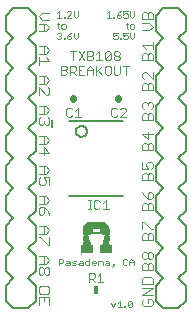
<source format=gto>
G75*
%MOIN*%
%OFA0B0*%
%FSLAX24Y24*%
%IPPOS*%
%LPD*%
%AMOC8*
5,1,8,0,0,1.08239X$1,22.5*
%
%ADD10C,0.0040*%
%ADD11C,0.0020*%
%ADD12C,0.0030*%
%ADD13C,0.0080*%
%ADD14R,0.0100X0.0250*%
%ADD15C,0.0220*%
%ADD16R,0.0180X0.0300*%
%ADD17R,0.0337X0.0000*%
%ADD18R,0.0337X0.0000*%
%ADD19R,0.0344X0.0001*%
%ADD20R,0.0348X0.0000*%
%ADD21R,0.0347X0.0000*%
%ADD22R,0.0350X0.0000*%
%ADD23R,0.0350X0.0000*%
%ADD24R,0.0352X0.0001*%
%ADD25R,0.0355X0.0000*%
%ADD26R,0.0354X0.0000*%
%ADD27R,0.0356X0.0001*%
%ADD28R,0.0359X0.0000*%
%ADD29R,0.0360X0.0000*%
%ADD30R,0.0361X0.0001*%
%ADD31R,0.0363X0.0000*%
%ADD32R,0.0362X0.0000*%
%ADD33R,0.0365X0.0001*%
%ADD34R,0.0364X0.0001*%
%ADD35R,0.0365X0.0000*%
%ADD36R,0.0366X0.0000*%
%ADD37R,0.0366X0.0000*%
%ADD38R,0.0367X0.0001*%
%ADD39R,0.0369X0.0000*%
%ADD40R,0.0370X0.0001*%
%ADD41R,0.0369X0.0001*%
%ADD42R,0.0370X0.0000*%
%ADD43R,0.0371X0.0000*%
%ADD44R,0.0371X0.0000*%
%ADD45R,0.0372X0.0001*%
%ADD46R,0.0372X0.0001*%
%ADD47R,0.0373X0.0000*%
%ADD48R,0.0373X0.0000*%
%ADD49R,0.0374X0.0001*%
%ADD50R,0.0374X0.0001*%
%ADD51R,0.0375X0.0000*%
%ADD52R,0.0374X0.0000*%
%ADD53R,0.0375X0.0000*%
%ADD54R,0.0375X0.0000*%
%ADD55R,0.0375X0.0001*%
%ADD56R,0.0376X0.0001*%
%ADD57R,0.0376X0.0000*%
%ADD58R,0.0377X0.0001*%
%ADD59R,0.0376X0.0001*%
%ADD60R,0.0377X0.0000*%
%ADD61R,0.0378X0.0000*%
%ADD62R,0.0378X0.0000*%
%ADD63R,0.0379X0.0001*%
%ADD64R,0.0379X0.0000*%
%ADD65R,0.0379X0.0000*%
%ADD66R,0.0380X0.0001*%
%ADD67R,0.0379X0.0001*%
%ADD68R,0.0380X0.0000*%
%ADD69R,0.0379X0.0000*%
%ADD70R,0.0380X0.0000*%
%ADD71R,0.0380X0.0000*%
%ADD72R,0.0380X0.0001*%
%ADD73R,0.0381X0.0001*%
%ADD74R,0.0381X0.0000*%
%ADD75R,0.0381X0.0001*%
%ADD76R,0.0381X0.0001*%
%ADD77R,0.0381X0.0000*%
%ADD78R,0.0382X0.0001*%
%ADD79R,0.0381X0.0001*%
%ADD80R,0.0382X0.0000*%
%ADD81R,0.0382X0.0000*%
%ADD82R,0.0382X0.0001*%
%ADD83R,0.0382X0.0000*%
%ADD84R,0.0383X0.0000*%
%ADD85R,0.0383X0.0001*%
%ADD86R,0.0383X0.0001*%
%ADD87R,0.0383X0.0000*%
%ADD88R,0.0382X0.0001*%
%ADD89R,0.0379X0.0001*%
%ADD90R,0.0381X0.0000*%
%ADD91R,0.0378X0.0001*%
%ADD92R,0.0377X0.0000*%
%ADD93R,0.0376X0.0000*%
%ADD94R,0.0374X0.0000*%
%ADD95R,0.0377X0.0001*%
%ADD96R,0.0372X0.0000*%
%ADD97R,0.0371X0.0001*%
%ADD98R,0.0376X0.0001*%
%ADD99R,0.0371X0.0000*%
%ADD100R,0.0376X0.0000*%
%ADD101R,0.0370X0.0000*%
%ADD102R,0.0369X0.0001*%
%ADD103R,0.0374X0.0001*%
%ADD104R,0.0368X0.0000*%
%ADD105R,0.0374X0.0000*%
%ADD106R,0.0367X0.0001*%
%ADD107R,0.0373X0.0001*%
%ADD108R,0.0366X0.0000*%
%ADD109R,0.0372X0.0000*%
%ADD110R,0.0365X0.0000*%
%ADD111R,0.0371X0.0000*%
%ADD112R,0.0364X0.0001*%
%ADD113R,0.0371X0.0001*%
%ADD114R,0.0362X0.0000*%
%ADD115R,0.0369X0.0000*%
%ADD116R,0.0360X0.0001*%
%ADD117R,0.0369X0.0001*%
%ADD118R,0.0359X0.0000*%
%ADD119R,0.0367X0.0000*%
%ADD120R,0.0357X0.0000*%
%ADD121R,0.0355X0.0001*%
%ADD122R,0.0365X0.0001*%
%ADD123R,0.0354X0.0000*%
%ADD124R,0.0364X0.0000*%
%ADD125R,0.0351X0.0001*%
%ADD126R,0.0363X0.0001*%
%ADD127R,0.0348X0.0000*%
%ADD128R,0.0361X0.0000*%
%ADD129R,0.0345X0.0000*%
%ADD130R,0.0340X0.0001*%
%ADD131R,0.0359X0.0001*%
%ADD132R,0.0258X0.0000*%
%ADD133R,0.0356X0.0000*%
%ADD134R,0.0257X0.0001*%
%ADD135R,0.0354X0.0001*%
%ADD136R,0.0257X0.0000*%
%ADD137R,0.0352X0.0000*%
%ADD138R,0.0347X0.0001*%
%ADD139R,0.0257X0.0000*%
%ADD140R,0.0344X0.0000*%
%ADD141R,0.0257X0.0001*%
%ADD142R,0.0338X0.0001*%
%ADD143R,0.0239X0.0000*%
%ADD144R,0.0256X0.0000*%
%ADD145R,0.0256X0.0001*%
%ADD146R,0.0239X0.0001*%
%ADD147R,0.0239X0.0001*%
%ADD148R,0.0256X0.0000*%
%ADD149R,0.0239X0.0000*%
%ADD150R,0.0256X0.0001*%
%ADD151R,0.0255X0.0000*%
%ADD152R,0.0238X0.0000*%
%ADD153R,0.0255X0.0001*%
%ADD154R,0.0238X0.0001*%
%ADD155R,0.0255X0.0000*%
%ADD156R,0.0255X0.0001*%
%ADD157R,0.0238X0.0001*%
%ADD158R,0.0238X0.0000*%
%ADD159R,0.0255X0.0000*%
%ADD160R,0.0238X0.0000*%
%ADD161R,0.0255X0.0001*%
%ADD162R,0.0238X0.0001*%
%ADD163R,0.0254X0.0000*%
%ADD164R,0.0254X0.0001*%
%ADD165R,0.0237X0.0000*%
%ADD166R,0.0254X0.0001*%
%ADD167R,0.0237X0.0001*%
%ADD168R,0.0254X0.0000*%
%ADD169R,0.0253X0.0000*%
%ADD170R,0.0236X0.0000*%
%ADD171R,0.0253X0.0001*%
%ADD172R,0.0236X0.0001*%
%ADD173R,0.0253X0.0000*%
%ADD174R,0.0253X0.0001*%
%ADD175R,0.0236X0.0001*%
%ADD176R,0.0236X0.0000*%
%ADD177R,0.0252X0.0001*%
%ADD178R,0.0252X0.0000*%
%ADD179R,0.0235X0.0000*%
%ADD180R,0.0235X0.0001*%
%ADD181R,0.0251X0.0000*%
%ADD182R,0.0251X0.0001*%
%ADD183R,0.0235X0.0001*%
%ADD184R,0.0235X0.0000*%
%ADD185R,0.0251X0.0001*%
%ADD186R,0.0251X0.0000*%
%ADD187R,0.0234X0.0000*%
%ADD188R,0.0250X0.0001*%
%ADD189R,0.0234X0.0001*%
%ADD190R,0.0250X0.0000*%
%ADD191R,0.0250X0.0000*%
%ADD192R,0.0234X0.0000*%
%ADD193R,0.0250X0.0001*%
%ADD194R,0.0234X0.0001*%
%ADD195R,0.0250X0.0001*%
%ADD196R,0.0250X0.0000*%
%ADD197R,0.0233X0.0000*%
%ADD198R,0.0249X0.0001*%
%ADD199R,0.0233X0.0001*%
%ADD200R,0.0249X0.0000*%
%ADD201R,0.0233X0.0001*%
%ADD202R,0.0233X0.0000*%
%ADD203R,0.0249X0.0000*%
%ADD204R,0.0249X0.0001*%
%ADD205R,0.0232X0.0000*%
%ADD206R,0.0248X0.0001*%
%ADD207R,0.0232X0.0001*%
%ADD208R,0.0248X0.0000*%
%ADD209R,0.0248X0.0001*%
%ADD210R,0.0232X0.0001*%
%ADD211R,0.0248X0.0000*%
%ADD212R,0.0232X0.0000*%
%ADD213R,0.0247X0.0000*%
%ADD214R,0.0231X0.0000*%
%ADD215R,0.0247X0.0001*%
%ADD216R,0.0231X0.0001*%
%ADD217R,0.0246X0.0001*%
%ADD218R,0.0246X0.0000*%
%ADD219R,0.0231X0.0000*%
%ADD220R,0.0231X0.0001*%
%ADD221R,0.0246X0.0000*%
%ADD222R,0.0246X0.0001*%
%ADD223R,0.0230X0.0000*%
%ADD224R,0.0245X0.0000*%
%ADD225R,0.0245X0.0001*%
%ADD226R,0.0230X0.0001*%
%ADD227R,0.0245X0.0001*%
%ADD228R,0.0230X0.0001*%
%ADD229R,0.0245X0.0000*%
%ADD230R,0.0230X0.0000*%
%ADD231R,0.0245X0.0000*%
%ADD232R,0.0229X0.0000*%
%ADD233R,0.0245X0.0001*%
%ADD234R,0.0229X0.0001*%
%ADD235R,0.0244X0.0000*%
%ADD236R,0.0244X0.0001*%
%ADD237R,0.0229X0.0001*%
%ADD238R,0.0229X0.0000*%
%ADD239R,0.0244X0.0000*%
%ADD240R,0.0228X0.0000*%
%ADD241R,0.0244X0.0001*%
%ADD242R,0.0228X0.0001*%
%ADD243R,0.0243X0.0000*%
%ADD244R,0.0243X0.0001*%
%ADD245R,0.0243X0.0000*%
%ADD246R,0.0228X0.0000*%
%ADD247R,0.0243X0.0001*%
%ADD248R,0.0228X0.0001*%
%ADD249R,0.0242X0.0000*%
%ADD250R,0.0227X0.0000*%
%ADD251R,0.0242X0.0001*%
%ADD252R,0.0227X0.0001*%
%ADD253R,0.0241X0.0000*%
%ADD254R,0.0241X0.0001*%
%ADD255R,0.0227X0.0001*%
%ADD256R,0.0227X0.0000*%
%ADD257R,0.0241X0.0001*%
%ADD258R,0.0241X0.0000*%
%ADD259R,0.0226X0.0000*%
%ADD260R,0.0226X0.0001*%
%ADD261R,0.0240X0.0000*%
%ADD262R,0.0240X0.0001*%
%ADD263R,0.0226X0.0001*%
%ADD264R,0.0240X0.0000*%
%ADD265R,0.0226X0.0000*%
%ADD266R,0.0240X0.0001*%
%ADD267R,0.0225X0.0000*%
%ADD268R,0.0240X0.0001*%
%ADD269R,0.0225X0.0001*%
%ADD270R,0.0240X0.0000*%
%ADD271R,0.0225X0.0000*%
%ADD272R,0.0225X0.0001*%
%ADD273R,0.0239X0.0001*%
%ADD274R,0.0239X0.0000*%
%ADD275R,0.0224X0.0000*%
%ADD276R,0.0224X0.0001*%
%ADD277R,0.0224X0.0001*%
%ADD278R,0.0224X0.0000*%
%ADD279R,0.0223X0.0000*%
%ADD280R,0.0237X0.0001*%
%ADD281R,0.0223X0.0001*%
%ADD282R,0.0237X0.0000*%
%ADD283R,0.0223X0.0001*%
%ADD284R,0.0223X0.0000*%
%ADD285R,0.0236X0.0000*%
%ADD286R,0.0222X0.0000*%
%ADD287R,0.0236X0.0001*%
%ADD288R,0.0222X0.0001*%
%ADD289R,0.0222X0.0000*%
%ADD290R,0.0222X0.0001*%
%ADD291R,0.0221X0.0000*%
%ADD292R,0.0235X0.0000*%
%ADD293R,0.0235X0.0001*%
%ADD294R,0.0221X0.0001*%
%ADD295R,0.0221X0.0001*%
%ADD296R,0.0221X0.0000*%
%ADD297R,0.0234X0.0000*%
%ADD298R,0.0220X0.0000*%
%ADD299R,0.0234X0.0001*%
%ADD300R,0.0220X0.0001*%
%ADD301R,0.0220X0.0001*%
%ADD302R,0.0220X0.0000*%
%ADD303R,0.0219X0.0000*%
%ADD304R,0.0219X0.0001*%
%ADD305R,0.0232X0.0000*%
%ADD306R,0.0232X0.0001*%
%ADD307R,0.0219X0.0000*%
%ADD308R,0.0219X0.0001*%
%ADD309R,0.0231X0.0000*%
%ADD310R,0.0218X0.0000*%
%ADD311R,0.0231X0.0001*%
%ADD312R,0.0218X0.0001*%
%ADD313R,0.0218X0.0001*%
%ADD314R,0.0218X0.0000*%
%ADD315R,0.0217X0.0000*%
%ADD316R,0.0217X0.0001*%
%ADD317R,0.0230X0.0000*%
%ADD318R,0.0230X0.0001*%
%ADD319R,0.0217X0.0001*%
%ADD320R,0.0217X0.0000*%
%ADD321R,0.0216X0.0000*%
%ADD322R,0.0229X0.0001*%
%ADD323R,0.0216X0.0001*%
%ADD324R,0.0229X0.0000*%
%ADD325R,0.0216X0.0000*%
%ADD326R,0.0216X0.0001*%
%ADD327R,0.0215X0.0000*%
%ADD328R,0.0227X0.0001*%
%ADD329R,0.0215X0.0001*%
%ADD330R,0.0227X0.0000*%
%ADD331R,0.0215X0.0001*%
%ADD332R,0.0215X0.0000*%
%ADD333R,0.0214X0.0000*%
%ADD334R,0.0226X0.0001*%
%ADD335R,0.0214X0.0001*%
%ADD336R,0.0226X0.0000*%
%ADD337R,0.0214X0.0001*%
%ADD338R,0.0214X0.0000*%
%ADD339R,0.0213X0.0000*%
%ADD340R,0.0213X0.0001*%
%ADD341R,0.0225X0.0001*%
%ADD342R,0.0225X0.0000*%
%ADD343R,0.0213X0.0000*%
%ADD344R,0.0213X0.0001*%
%ADD345R,0.0213X0.0000*%
%ADD346R,0.0224X0.0000*%
%ADD347R,0.0224X0.0001*%
%ADD348R,0.0213X0.0001*%
%ADD349R,0.0212X0.0001*%
%ADD350R,0.0212X0.0000*%
%ADD351R,0.0211X0.0000*%
%ADD352R,0.0211X0.0001*%
%ADD353R,0.0222X0.0000*%
%ADD354R,0.0222X0.0001*%
%ADD355R,0.0211X0.0001*%
%ADD356R,0.0211X0.0000*%
%ADD357R,0.0210X0.0000*%
%ADD358R,0.0210X0.0001*%
%ADD359R,0.0221X0.0000*%
%ADD360R,0.0221X0.0001*%
%ADD361R,0.0210X0.0000*%
%ADD362R,0.0210X0.0001*%
%ADD363R,0.0209X0.0000*%
%ADD364R,0.0209X0.0001*%
%ADD365R,0.0220X0.0000*%
%ADD366R,0.0220X0.0001*%
%ADD367R,0.0209X0.0001*%
%ADD368R,0.0209X0.0000*%
%ADD369R,0.0208X0.0000*%
%ADD370R,0.0208X0.0001*%
%ADD371R,0.0219X0.0000*%
%ADD372R,0.0219X0.0001*%
%ADD373R,0.0208X0.0001*%
%ADD374R,0.0208X0.0000*%
%ADD375R,0.0208X0.0000*%
%ADD376R,0.0208X0.0001*%
%ADD377R,0.0217X0.0000*%
%ADD378R,0.0207X0.0000*%
%ADD379R,0.0217X0.0001*%
%ADD380R,0.0207X0.0001*%
%ADD381R,0.0206X0.0000*%
%ADD382R,0.0216X0.0001*%
%ADD383R,0.0206X0.0001*%
%ADD384R,0.0216X0.0000*%
%ADD385R,0.0206X0.0001*%
%ADD386R,0.0206X0.0000*%
%ADD387R,0.0205X0.0000*%
%ADD388R,0.0205X0.0001*%
%ADD389R,0.0215X0.0001*%
%ADD390R,0.0205X0.0001*%
%ADD391R,0.0215X0.0000*%
%ADD392R,0.0205X0.0000*%
%ADD393R,0.0204X0.0000*%
%ADD394R,0.0204X0.0001*%
%ADD395R,0.0214X0.0001*%
%ADD396R,0.0214X0.0000*%
%ADD397R,0.0204X0.0000*%
%ADD398R,0.0204X0.0001*%
%ADD399R,0.0203X0.0000*%
%ADD400R,0.0203X0.0001*%
%ADD401R,0.0212X0.0001*%
%ADD402R,0.0203X0.0001*%
%ADD403R,0.0212X0.0000*%
%ADD404R,0.0203X0.0000*%
%ADD405R,0.0203X0.0000*%
%ADD406R,0.0203X0.0001*%
%ADD407R,0.0211X0.0000*%
%ADD408R,0.0211X0.0001*%
%ADD409R,0.0202X0.0001*%
%ADD410R,0.0202X0.0000*%
%ADD411R,0.0201X0.0000*%
%ADD412R,0.0201X0.0001*%
%ADD413R,0.0210X0.0000*%
%ADD414R,0.0201X0.0000*%
%ADD415R,0.0210X0.0001*%
%ADD416R,0.0201X0.0001*%
%ADD417R,0.0200X0.0000*%
%ADD418R,0.0200X0.0001*%
%ADD419R,0.0209X0.0000*%
%ADD420R,0.0209X0.0001*%
%ADD421R,0.0200X0.0001*%
%ADD422R,0.0200X0.0000*%
%ADD423R,0.0199X0.0000*%
%ADD424R,0.0199X0.0001*%
%ADD425R,0.0199X0.0001*%
%ADD426R,0.0207X0.0000*%
%ADD427R,0.0199X0.0000*%
%ADD428R,0.0207X0.0001*%
%ADD429R,0.0198X0.0000*%
%ADD430R,0.0198X0.0001*%
%ADD431R,0.0206X0.0000*%
%ADD432R,0.0198X0.0000*%
%ADD433R,0.0206X0.0001*%
%ADD434R,0.0198X0.0001*%
%ADD435R,0.0198X0.0000*%
%ADD436R,0.0198X0.0001*%
%ADD437R,0.0197X0.0001*%
%ADD438R,0.0205X0.0000*%
%ADD439R,0.0197X0.0000*%
%ADD440R,0.0205X0.0001*%
%ADD441R,0.0196X0.0000*%
%ADD442R,0.0196X0.0001*%
%ADD443R,0.0204X0.0001*%
%ADD444R,0.0196X0.0001*%
%ADD445R,0.0204X0.0000*%
%ADD446R,0.0196X0.0000*%
%ADD447R,0.0195X0.0000*%
%ADD448R,0.0195X0.0001*%
%ADD449R,0.0195X0.0000*%
%ADD450R,0.0202X0.0001*%
%ADD451R,0.0195X0.0001*%
%ADD452R,0.0202X0.0000*%
%ADD453R,0.0194X0.0000*%
%ADD454R,0.0194X0.0001*%
%ADD455R,0.0201X0.0001*%
%ADD456R,0.0194X0.0001*%
%ADD457R,0.0201X0.0000*%
%ADD458R,0.0194X0.0000*%
%ADD459R,0.0193X0.0000*%
%ADD460R,0.0193X0.0001*%
%ADD461R,0.0193X0.0001*%
%ADD462R,0.0193X0.0000*%
%ADD463R,0.0200X0.0001*%
%ADD464R,0.0200X0.0000*%
%ADD465R,0.0192X0.0000*%
%ADD466R,0.0192X0.0001*%
%ADD467R,0.0199X0.0000*%
%ADD468R,0.0192X0.0000*%
%ADD469R,0.0199X0.0001*%
%ADD470R,0.0192X0.0001*%
%ADD471R,0.0191X0.0000*%
%ADD472R,0.0191X0.0001*%
%ADD473R,0.0191X0.0001*%
%ADD474R,0.0191X0.0000*%
%ADD475R,0.0197X0.0000*%
%ADD476R,0.0197X0.0001*%
%ADD477R,0.0190X0.0000*%
%ADD478R,0.0190X0.0001*%
%ADD479R,0.0190X0.0001*%
%ADD480R,0.0196X0.0000*%
%ADD481R,0.0190X0.0000*%
%ADD482R,0.0196X0.0001*%
%ADD483R,0.0189X0.0000*%
%ADD484R,0.0189X0.0001*%
%ADD485R,0.0189X0.0000*%
%ADD486R,0.0189X0.0001*%
%ADD487R,0.0195X0.0000*%
%ADD488R,0.0195X0.0001*%
%ADD489R,0.0188X0.0000*%
%ADD490R,0.0188X0.0001*%
%ADD491R,0.0188X0.0001*%
%ADD492R,0.0194X0.0000*%
%ADD493R,0.0188X0.0000*%
%ADD494R,0.0194X0.0001*%
%ADD495R,0.0187X0.0000*%
%ADD496R,0.0187X0.0001*%
%ADD497R,0.0187X0.0001*%
%ADD498R,0.0187X0.0000*%
%ADD499R,0.0192X0.0000*%
%ADD500R,0.0186X0.0000*%
%ADD501R,0.0192X0.0001*%
%ADD502R,0.0186X0.0001*%
%ADD503R,0.0186X0.0000*%
%ADD504R,0.0191X0.0001*%
%ADD505R,0.0186X0.0001*%
%ADD506R,0.0191X0.0000*%
%ADD507R,0.0185X0.0000*%
%ADD508R,0.0185X0.0001*%
%ADD509R,0.0185X0.0001*%
%ADD510R,0.0185X0.0000*%
%ADD511R,0.0190X0.0001*%
%ADD512R,0.0190X0.0000*%
%ADD513R,0.0184X0.0000*%
%ADD514R,0.0184X0.0001*%
%ADD515R,0.0184X0.0001*%
%ADD516R,0.0184X0.0000*%
%ADD517R,0.0189X0.0001*%
%ADD518R,0.0189X0.0000*%
%ADD519R,0.0183X0.0000*%
%ADD520R,0.0183X0.0001*%
%ADD521R,0.0183X0.0000*%
%ADD522R,0.0183X0.0001*%
%ADD523R,0.0187X0.0001*%
%ADD524R,0.0187X0.0000*%
%ADD525R,0.0182X0.0000*%
%ADD526R,0.0182X0.0001*%
%ADD527R,0.0182X0.0001*%
%ADD528R,0.0182X0.0000*%
%ADD529R,0.0186X0.0000*%
%ADD530R,0.0186X0.0001*%
%ADD531R,0.0181X0.0000*%
%ADD532R,0.0181X0.0001*%
%ADD533R,0.0181X0.0001*%
%ADD534R,0.0181X0.0000*%
%ADD535R,0.0185X0.0000*%
%ADD536R,0.0180X0.0000*%
%ADD537R,0.0185X0.0001*%
%ADD538R,0.0180X0.0001*%
%ADD539R,0.0180X0.0000*%
%ADD540R,0.0180X0.0001*%
%ADD541R,0.0184X0.0000*%
%ADD542R,0.0184X0.0001*%
%ADD543R,0.0179X0.0000*%
%ADD544R,0.0179X0.0001*%
%ADD545R,0.0179X0.0001*%
%ADD546R,0.0179X0.0000*%
%ADD547R,0.0182X0.0000*%
%ADD548R,0.0178X0.0000*%
%ADD549R,0.0182X0.0001*%
%ADD550R,0.0178X0.0001*%
%ADD551R,0.0178X0.0001*%
%ADD552R,0.0178X0.0000*%
%ADD553R,0.0181X0.0000*%
%ADD554R,0.0177X0.0000*%
%ADD555R,0.0181X0.0001*%
%ADD556R,0.0177X0.0001*%
%ADD557R,0.0177X0.0000*%
%ADD558R,0.0177X0.0001*%
%ADD559R,0.0180X0.0000*%
%ADD560R,0.0176X0.0000*%
%ADD561R,0.0180X0.0001*%
%ADD562R,0.0176X0.0001*%
%ADD563R,0.0176X0.0001*%
%ADD564R,0.0176X0.0000*%
%ADD565R,0.0179X0.0001*%
%ADD566R,0.0179X0.0000*%
%ADD567R,0.0175X0.0000*%
%ADD568R,0.0175X0.0001*%
%ADD569R,0.0175X0.0001*%
%ADD570R,0.0175X0.0000*%
%ADD571R,0.0174X0.0000*%
%ADD572R,0.0177X0.0001*%
%ADD573R,0.0174X0.0001*%
%ADD574R,0.0177X0.0000*%
%ADD575R,0.0174X0.0000*%
%ADD576R,0.0174X0.0001*%
%ADD577R,0.0176X0.0001*%
%ADD578R,0.0176X0.0000*%
%ADD579R,0.0173X0.0000*%
%ADD580R,0.0173X0.0001*%
%ADD581R,0.0173X0.0001*%
%ADD582R,0.0173X0.0000*%
%ADD583R,0.0173X0.0000*%
%ADD584R,0.0175X0.0001*%
%ADD585R,0.0173X0.0001*%
%ADD586R,0.0175X0.0000*%
%ADD587R,0.0172X0.0001*%
%ADD588R,0.0172X0.0000*%
%ADD589R,0.0174X0.0000*%
%ADD590R,0.0171X0.0000*%
%ADD591R,0.0174X0.0001*%
%ADD592R,0.0171X0.0001*%
%ADD593R,0.0171X0.0000*%
%ADD594R,0.0171X0.0001*%
%ADD595R,0.0170X0.0000*%
%ADD596R,0.0172X0.0000*%
%ADD597R,0.0172X0.0001*%
%ADD598R,0.0170X0.0001*%
%ADD599R,0.0170X0.0001*%
%ADD600R,0.0170X0.0000*%
%ADD601R,0.0171X0.0000*%
%ADD602R,0.0169X0.0000*%
%ADD603R,0.0171X0.0001*%
%ADD604R,0.0169X0.0001*%
%ADD605R,0.0169X0.0001*%
%ADD606R,0.0169X0.0000*%
%ADD607R,0.0168X0.0000*%
%ADD608R,0.0168X0.0001*%
%ADD609R,0.0170X0.0000*%
%ADD610R,0.0170X0.0001*%
%ADD611R,0.0168X0.0000*%
%ADD612R,0.0168X0.0001*%
%ADD613R,0.0169X0.0000*%
%ADD614R,0.0168X0.0000*%
%ADD615R,0.0169X0.0001*%
%ADD616R,0.0168X0.0001*%
%ADD617R,0.0167X0.0001*%
%ADD618R,0.0167X0.0000*%
%ADD619R,0.0166X0.0000*%
%ADD620R,0.0166X0.0001*%
%ADD621R,0.0167X0.0000*%
%ADD622R,0.0167X0.0001*%
%ADD623R,0.0166X0.0001*%
%ADD624R,0.0166X0.0000*%
%ADD625R,0.0165X0.0000*%
%ADD626R,0.0166X0.0001*%
%ADD627R,0.0165X0.0001*%
%ADD628R,0.0166X0.0000*%
%ADD629R,0.0165X0.0000*%
%ADD630R,0.0165X0.0001*%
%ADD631R,0.0164X0.0000*%
%ADD632R,0.0165X0.0001*%
%ADD633R,0.0164X0.0001*%
%ADD634R,0.0165X0.0000*%
%ADD635R,0.0164X0.0001*%
%ADD636R,0.0164X0.0000*%
%ADD637R,0.0163X0.0000*%
%ADD638R,0.0164X0.0001*%
%ADD639R,0.0163X0.0001*%
%ADD640R,0.0164X0.0000*%
%ADD641R,0.0163X0.0001*%
%ADD642R,0.0163X0.0000*%
%ADD643R,0.0163X0.0000*%
%ADD644R,0.0163X0.0001*%
%ADD645R,0.0162X0.0001*%
%ADD646R,0.0162X0.0000*%
%ADD647R,0.0162X0.0000*%
%ADD648R,0.0161X0.0001*%
%ADD649R,0.0162X0.0001*%
%ADD650R,0.0161X0.0000*%
%ADD651R,0.0161X0.0000*%
%ADD652R,0.0161X0.0001*%
%ADD653R,0.0160X0.0001*%
%ADD654R,0.0161X0.0001*%
%ADD655R,0.0160X0.0000*%
%ADD656R,0.0161X0.0000*%
%ADD657R,0.0160X0.0000*%
%ADD658R,0.0160X0.0001*%
%ADD659R,0.0160X0.0000*%
%ADD660R,0.0160X0.0001*%
%ADD661R,0.0159X0.0001*%
%ADD662R,0.0159X0.0000*%
%ADD663R,0.0159X0.0000*%
%ADD664R,0.0159X0.0001*%
%ADD665R,0.0159X0.0000*%
%ADD666R,0.0159X0.0001*%
%ADD667R,0.0158X0.0000*%
%ADD668R,0.0158X0.0001*%
%ADD669R,0.0158X0.0000*%
%ADD670R,0.0158X0.0000*%
%ADD671R,0.0158X0.0001*%
%ADD672R,0.0158X0.0001*%
%ADD673R,0.0157X0.0000*%
%ADD674R,0.0157X0.0001*%
%ADD675R,0.0156X0.0000*%
%ADD676R,0.0156X0.0001*%
%ADD677R,0.0156X0.0000*%
%ADD678R,0.0156X0.0001*%
%ADD679R,0.0157X0.0001*%
%ADD680R,0.0155X0.0000*%
%ADD681R,0.0157X0.0000*%
%ADD682R,0.0155X0.0001*%
%ADD683R,0.0155X0.0001*%
%ADD684R,0.0155X0.0000*%
%ADD685R,0.0155X0.0000*%
%ADD686R,0.0156X0.0000*%
%ADD687R,0.0155X0.0001*%
%ADD688R,0.0156X0.0001*%
%ADD689R,0.0154X0.0000*%
%ADD690R,0.0154X0.0001*%
%ADD691R,0.0154X0.0001*%
%ADD692R,0.0154X0.0000*%
%ADD693R,0.0153X0.0000*%
%ADD694R,0.0153X0.0001*%
%ADD695R,0.0154X0.0000*%
%ADD696R,0.0152X0.0001*%
%ADD697R,0.0154X0.0001*%
%ADD698R,0.0152X0.0000*%
%ADD699R,0.0152X0.0001*%
%ADD700R,0.0152X0.0000*%
%ADD701R,0.0151X0.0000*%
%ADD702R,0.0153X0.0000*%
%ADD703R,0.0151X0.0001*%
%ADD704R,0.0153X0.0001*%
%ADD705R,0.0151X0.0001*%
%ADD706R,0.0151X0.0000*%
%ADD707R,0.0150X0.0001*%
%ADD708R,0.0150X0.0000*%
%ADD709R,0.0150X0.0000*%
%ADD710R,0.0150X0.0001*%
%ADD711R,0.0150X0.0001*%
%ADD712R,0.0152X0.0001*%
%ADD713R,0.0150X0.0000*%
%ADD714R,0.0152X0.0000*%
%ADD715R,0.0149X0.0000*%
%ADD716R,0.0149X0.0001*%
%ADD717R,0.0149X0.0000*%
%ADD718R,0.0149X0.0001*%
%ADD719R,0.0151X0.0001*%
%ADD720R,0.0151X0.0000*%
%ADD721R,0.0148X0.0001*%
%ADD722R,0.0148X0.0000*%
%ADD723R,0.0260X0.0000*%
%ADD724R,0.0259X0.0000*%
%ADD725R,0.0260X0.0001*%
%ADD726R,0.0259X0.0001*%
%ADD727R,0.0868X0.0000*%
%ADD728R,0.0868X0.0001*%
%ADD729R,0.0321X0.0000*%
%ADD730R,0.0305X0.0000*%
%ADD731R,0.0321X0.0001*%
%ADD732R,0.0305X0.0001*%
%ADD733R,0.0867X0.0000*%
%ADD734R,0.0867X0.0001*%
%ADD735R,0.0867X0.0000*%
%ADD736R,0.0867X0.0001*%
%ADD737R,0.0866X0.0000*%
%ADD738R,0.0866X0.0000*%
%ADD739R,0.0866X0.0001*%
%ADD740R,0.0866X0.0000*%
%ADD741R,0.0866X0.0001*%
%ADD742R,0.0865X0.0000*%
%ADD743R,0.0865X0.0001*%
%ADD744R,0.0864X0.0001*%
%ADD745R,0.0864X0.0000*%
%ADD746R,0.0864X0.0001*%
%ADD747R,0.0864X0.0000*%
%ADD748R,0.0864X0.0001*%
%ADD749R,0.0864X0.0000*%
%ADD750R,0.0863X0.0001*%
%ADD751R,0.0863X0.0000*%
%ADD752R,0.0862X0.0001*%
%ADD753R,0.0862X0.0000*%
%ADD754R,0.0862X0.0001*%
%ADD755R,0.0862X0.0000*%
%ADD756R,0.0861X0.0001*%
%ADD757R,0.0861X0.0000*%
%ADD758R,0.0861X0.0001*%
%ADD759R,0.0860X0.0001*%
%ADD760R,0.0860X0.0000*%
%ADD761R,0.0859X0.0000*%
%ADD762R,0.0859X0.0001*%
%ADD763R,0.0858X0.0000*%
%ADD764R,0.0858X0.0001*%
%ADD765R,0.0857X0.0001*%
%ADD766R,0.0857X0.0000*%
%ADD767R,0.0856X0.0000*%
%ADD768R,0.0856X0.0001*%
%ADD769R,0.0855X0.0000*%
%ADD770R,0.0855X0.0001*%
%ADD771R,0.0855X0.0000*%
%ADD772R,0.0855X0.0001*%
%ADD773R,0.0854X0.0000*%
%ADD774R,0.0854X0.0001*%
%ADD775R,0.0853X0.0000*%
%ADD776R,0.0853X0.0001*%
%ADD777R,0.0853X0.0000*%
%ADD778R,0.0853X0.0000*%
%ADD779R,0.0852X0.0001*%
%ADD780R,0.0852X0.0000*%
%ADD781R,0.0852X0.0001*%
%ADD782R,0.0851X0.0000*%
%ADD783R,0.0850X0.0001*%
%ADD784R,0.0850X0.0000*%
%ADD785R,0.0850X0.0001*%
%ADD786R,0.0849X0.0000*%
%ADD787R,0.0848X0.0001*%
%ADD788R,0.0848X0.0000*%
%ADD789R,0.0848X0.0001*%
%ADD790R,0.0848X0.0000*%
%ADD791R,0.0847X0.0000*%
%ADD792R,0.0847X0.0001*%
%ADD793R,0.0846X0.0000*%
%ADD794R,0.0846X0.0001*%
%ADD795R,0.0845X0.0000*%
%ADD796R,0.0845X0.0000*%
%ADD797R,0.0845X0.0001*%
%ADD798R,0.0843X0.0000*%
%ADD799R,0.0843X0.0001*%
%ADD800R,0.0841X0.0000*%
%ADD801R,0.0840X0.0000*%
%ADD802R,0.0839X0.0001*%
%ADD803R,0.0838X0.0000*%
%ADD804R,0.0837X0.0001*%
%ADD805R,0.0836X0.0000*%
%ADD806R,0.0835X0.0000*%
%ADD807R,0.0834X0.0001*%
%ADD808R,0.0833X0.0000*%
%ADD809R,0.0832X0.0001*%
%ADD810R,0.0831X0.0000*%
%ADD811R,0.0830X0.0000*%
%ADD812R,0.0829X0.0001*%
%ADD813R,0.0828X0.0000*%
%ADD814R,0.0827X0.0001*%
%ADD815R,0.0826X0.0000*%
%ADD816R,0.0825X0.0000*%
%ADD817R,0.0824X0.0001*%
%ADD818R,0.0823X0.0000*%
%ADD819R,0.0822X0.0001*%
%ADD820R,0.0821X0.0000*%
%ADD821R,0.0820X0.0000*%
%ADD822R,0.0819X0.0001*%
%ADD823R,0.0818X0.0000*%
%ADD824R,0.0817X0.0001*%
%ADD825R,0.0816X0.0000*%
%ADD826R,0.0815X0.0000*%
%ADD827R,0.0814X0.0001*%
%ADD828R,0.0813X0.0000*%
%ADD829R,0.0812X0.0001*%
%ADD830R,0.0811X0.0000*%
%ADD831R,0.0810X0.0000*%
%ADD832R,0.0808X0.0001*%
%ADD833R,0.0808X0.0000*%
%ADD834R,0.0807X0.0001*%
%ADD835R,0.0805X0.0000*%
%ADD836R,0.0805X0.0000*%
%ADD837R,0.0803X0.0001*%
%ADD838R,0.0803X0.0000*%
%ADD839R,0.0802X0.0001*%
%ADD840R,0.0800X0.0000*%
%ADD841R,0.0800X0.0000*%
%ADD842R,0.0798X0.0001*%
%ADD843R,0.0798X0.0000*%
%ADD844R,0.0797X0.0001*%
%ADD845R,0.0795X0.0000*%
%ADD846R,0.0795X0.0000*%
%ADD847R,0.0793X0.0001*%
%ADD848R,0.0793X0.0000*%
%ADD849R,0.0791X0.0001*%
%ADD850R,0.0790X0.0000*%
%ADD851R,0.0789X0.0000*%
%ADD852R,0.0788X0.0001*%
%ADD853R,0.0787X0.0000*%
%ADD854R,0.0786X0.0001*%
%ADD855R,0.0785X0.0000*%
%ADD856R,0.0784X0.0000*%
%ADD857R,0.0783X0.0001*%
%ADD858R,0.0782X0.0000*%
%ADD859R,0.0781X0.0001*%
%ADD860R,0.0780X0.0000*%
%ADD861R,0.0779X0.0000*%
%ADD862R,0.0778X0.0001*%
%ADD863R,0.0777X0.0000*%
%ADD864R,0.0776X0.0001*%
%ADD865R,0.0775X0.0000*%
%ADD866R,0.0774X0.0000*%
%ADD867R,0.0773X0.0001*%
%ADD868R,0.0772X0.0000*%
%ADD869R,0.0771X0.0001*%
%ADD870R,0.0770X0.0000*%
%ADD871R,0.0769X0.0000*%
%ADD872R,0.0768X0.0001*%
%ADD873R,0.0767X0.0000*%
%ADD874R,0.0766X0.0001*%
%ADD875R,0.0765X0.0000*%
%ADD876R,0.0764X0.0000*%
%ADD877R,0.0763X0.0001*%
%ADD878R,0.0762X0.0000*%
%ADD879R,0.0761X0.0001*%
%ADD880R,0.0760X0.0000*%
%ADD881R,0.0758X0.0000*%
%ADD882R,0.0757X0.0001*%
%ADD883R,0.0757X0.0000*%
%ADD884R,0.0755X0.0001*%
%ADD885R,0.0755X0.0000*%
%ADD886R,0.0753X0.0000*%
%ADD887R,0.0752X0.0001*%
%ADD888R,0.0752X0.0000*%
%ADD889R,0.0750X0.0001*%
%ADD890R,0.0750X0.0000*%
%ADD891R,0.0748X0.0000*%
%ADD892R,0.0747X0.0001*%
%ADD893R,0.0747X0.0000*%
%ADD894R,0.0745X0.0001*%
%ADD895R,0.0745X0.0000*%
%ADD896R,0.0743X0.0000*%
%ADD897R,0.0742X0.0001*%
%ADD898R,0.0741X0.0000*%
%ADD899R,0.0740X0.0001*%
%ADD900R,0.0739X0.0000*%
%ADD901R,0.0738X0.0000*%
%ADD902R,0.0737X0.0001*%
%ADD903R,0.0736X0.0000*%
%ADD904R,0.0735X0.0001*%
%ADD905R,0.0734X0.0000*%
%ADD906R,0.0733X0.0000*%
%ADD907R,0.0732X0.0001*%
%ADD908R,0.0731X0.0000*%
%ADD909R,0.0730X0.0001*%
%ADD910R,0.0729X0.0000*%
%ADD911R,0.0728X0.0000*%
%ADD912R,0.0727X0.0001*%
%ADD913R,0.0726X0.0000*%
%ADD914R,0.0725X0.0001*%
%ADD915R,0.0724X0.0000*%
%ADD916R,0.0723X0.0000*%
%ADD917R,0.0722X0.0001*%
%ADD918R,0.0721X0.0000*%
%ADD919R,0.0720X0.0001*%
%ADD920R,0.0719X0.0000*%
%ADD921R,0.0718X0.0000*%
%ADD922R,0.0717X0.0001*%
%ADD923R,0.0716X0.0000*%
%ADD924R,0.0715X0.0001*%
%ADD925R,0.0714X0.0000*%
%ADD926R,0.0713X0.0000*%
%ADD927R,0.0712X0.0001*%
%ADD928R,0.0711X0.0000*%
%ADD929R,0.0710X0.0001*%
%ADD930R,0.0709X0.0000*%
%ADD931R,0.0707X0.0000*%
%ADD932R,0.0707X0.0001*%
%ADD933R,0.0705X0.0000*%
%ADD934R,0.0705X0.0001*%
%ADD935R,0.0703X0.0000*%
%ADD936R,0.0703X0.0000*%
%ADD937R,0.0702X0.0001*%
%ADD938R,0.0700X0.0000*%
%ADD939R,0.0700X0.0001*%
%ADD940R,0.0698X0.0000*%
%ADD941R,0.0698X0.0000*%
%ADD942R,0.0697X0.0001*%
%ADD943R,0.0695X0.0000*%
%ADD944R,0.0695X0.0001*%
%ADD945R,0.0693X0.0000*%
%ADD946R,0.0692X0.0000*%
%ADD947R,0.0691X0.0001*%
%ADD948R,0.0690X0.0000*%
%ADD949R,0.0689X0.0001*%
%ADD950R,0.0688X0.0000*%
%ADD951R,0.0687X0.0000*%
%ADD952R,0.0686X0.0001*%
%ADD953R,0.0685X0.0000*%
%ADD954R,0.0684X0.0001*%
%ADD955R,0.0683X0.0000*%
%ADD956R,0.0682X0.0000*%
%ADD957R,0.0681X0.0001*%
%ADD958R,0.0680X0.0000*%
%ADD959R,0.0679X0.0001*%
%ADD960R,0.0678X0.0000*%
%ADD961R,0.0677X0.0000*%
%ADD962R,0.0676X0.0001*%
%ADD963R,0.0675X0.0000*%
%ADD964R,0.0674X0.0001*%
%ADD965R,0.0673X0.0000*%
%ADD966R,0.0672X0.0000*%
%ADD967R,0.0671X0.0001*%
%ADD968R,0.0670X0.0000*%
%ADD969R,0.0669X0.0001*%
%ADD970R,0.0668X0.0000*%
%ADD971R,0.0667X0.0000*%
%ADD972R,0.0666X0.0001*%
%ADD973R,0.0665X0.0000*%
%ADD974R,0.0664X0.0001*%
%ADD975R,0.0663X0.0000*%
%ADD976R,0.0662X0.0000*%
%ADD977R,0.0661X0.0001*%
%ADD978R,0.0660X0.0000*%
%ADD979R,0.0659X0.0001*%
%ADD980R,0.0658X0.0000*%
%ADD981R,0.0657X0.0000*%
%ADD982R,0.0655X0.0001*%
%ADD983R,0.0655X0.0000*%
%ADD984R,0.0653X0.0001*%
%ADD985R,0.0653X0.0000*%
%ADD986R,0.0652X0.0000*%
%ADD987R,0.0650X0.0001*%
%ADD988R,0.0650X0.0000*%
%ADD989R,0.0648X0.0001*%
%ADD990R,0.0648X0.0000*%
%ADD991R,0.0647X0.0000*%
%ADD992R,0.0645X0.0001*%
%ADD993R,0.0645X0.0000*%
%ADD994R,0.0643X0.0001*%
%ADD995R,0.0642X0.0000*%
%ADD996R,0.0641X0.0000*%
%ADD997R,0.0640X0.0001*%
%ADD998R,0.0639X0.0000*%
%ADD999R,0.0638X0.0001*%
%ADD1000R,0.0637X0.0000*%
%ADD1001R,0.0636X0.0000*%
%ADD1002R,0.0635X0.0001*%
%ADD1003R,0.0634X0.0000*%
%ADD1004R,0.0633X0.0001*%
%ADD1005R,0.0632X0.0000*%
%ADD1006R,0.0631X0.0000*%
%ADD1007R,0.0630X0.0001*%
%ADD1008R,0.0629X0.0000*%
%ADD1009R,0.0628X0.0001*%
%ADD1010R,0.0627X0.0000*%
%ADD1011R,0.0626X0.0000*%
%ADD1012R,0.0625X0.0001*%
%ADD1013R,0.0624X0.0000*%
%ADD1014R,0.0623X0.0001*%
%ADD1015R,0.0622X0.0000*%
%ADD1016R,0.0621X0.0000*%
%ADD1017R,0.0620X0.0001*%
%ADD1018R,0.0619X0.0000*%
%ADD1019R,0.0618X0.0001*%
%ADD1020R,0.0617X0.0000*%
%ADD1021R,0.0616X0.0000*%
%ADD1022R,0.0615X0.0001*%
%ADD1023R,0.0614X0.0000*%
%ADD1024R,0.0613X0.0001*%
%ADD1025R,0.0612X0.0000*%
%ADD1026R,0.0611X0.0000*%
%ADD1027R,0.0610X0.0001*%
%ADD1028R,0.0609X0.0000*%
%ADD1029R,0.0607X0.0001*%
%ADD1030R,0.0607X0.0000*%
%ADD1031R,0.0605X0.0000*%
%ADD1032R,0.0605X0.0001*%
%ADD1033R,0.0603X0.0000*%
%ADD1034R,0.0602X0.0001*%
%ADD1035R,0.0602X0.0000*%
%ADD1036R,0.0600X0.0000*%
%ADD1037R,0.0600X0.0001*%
%ADD1038R,0.0598X0.0000*%
%ADD1039R,0.0597X0.0001*%
%ADD1040R,0.0597X0.0000*%
%ADD1041R,0.0595X0.0000*%
%ADD1042R,0.0595X0.0001*%
%ADD1043R,0.0593X0.0000*%
%ADD1044R,0.0592X0.0001*%
%ADD1045R,0.0591X0.0000*%
%ADD1046R,0.0590X0.0000*%
%ADD1047R,0.0589X0.0001*%
%ADD1048R,0.0588X0.0000*%
%ADD1049R,0.0587X0.0001*%
%ADD1050R,0.0586X0.0000*%
%ADD1051R,0.0585X0.0000*%
%ADD1052R,0.0584X0.0001*%
%ADD1053R,0.0583X0.0000*%
%ADD1054R,0.0582X0.0001*%
%ADD1055R,0.0581X0.0000*%
%ADD1056R,0.0580X0.0000*%
%ADD1057R,0.0579X0.0001*%
%ADD1058R,0.0578X0.0000*%
%ADD1059R,0.0577X0.0001*%
%ADD1060R,0.0576X0.0000*%
%ADD1061R,0.0575X0.0000*%
%ADD1062R,0.0574X0.0001*%
%ADD1063R,0.0573X0.0000*%
%ADD1064R,0.0571X0.0001*%
%ADD1065R,0.0568X0.0000*%
%ADD1066R,0.0565X0.0000*%
%ADD1067R,0.0563X0.0001*%
%ADD1068R,0.0560X0.0000*%
%ADD1069R,0.0557X0.0001*%
%ADD1070R,0.0554X0.0000*%
%ADD1071R,0.0551X0.0000*%
%ADD1072R,0.0548X0.0001*%
%ADD1073R,0.0545X0.0000*%
%ADD1074R,0.0542X0.0001*%
%ADD1075R,0.0537X0.0000*%
%ADD1076R,0.0533X0.0000*%
%ADD1077R,0.0530X0.0001*%
%ADD1078R,0.0526X0.0000*%
%ADD1079R,0.0522X0.0001*%
%ADD1080R,0.0518X0.0000*%
%ADD1081R,0.0513X0.0000*%
%ADD1082R,0.0508X0.0001*%
%ADD1083R,0.0503X0.0000*%
%ADD1084R,0.0496X0.0001*%
%ADD1085R,0.0489X0.0000*%
%ADD1086R,0.0477X0.0000*%
%ADD1087C,0.0000*%
D10*
X001235Y000396D02*
X001235Y000637D01*
X001595Y000637D01*
X001595Y000396D01*
X001415Y000517D02*
X001415Y000637D01*
X001295Y000765D02*
X001535Y000765D01*
X001595Y000825D01*
X001595Y000945D01*
X001535Y001005D01*
X001295Y001005D01*
X001235Y000945D01*
X001235Y000825D01*
X001295Y000765D01*
X001295Y001396D02*
X001235Y001457D01*
X001235Y001577D01*
X001295Y001637D01*
X001355Y001637D01*
X001415Y001577D01*
X001415Y001457D01*
X001355Y001396D01*
X001295Y001396D01*
X001415Y001457D02*
X001475Y001396D01*
X001535Y001396D01*
X001595Y001457D01*
X001595Y001577D01*
X001535Y001637D01*
X001475Y001637D01*
X001415Y001577D01*
X001415Y001765D02*
X001415Y002005D01*
X001475Y002005D02*
X001595Y001885D01*
X001475Y001765D01*
X001235Y001765D01*
X001235Y002005D02*
X001475Y002005D01*
X001535Y002396D02*
X001295Y002637D01*
X001235Y002637D01*
X001235Y002765D02*
X001475Y002765D01*
X001595Y002885D01*
X001475Y003005D01*
X001235Y003005D01*
X001415Y003005D02*
X001415Y002765D01*
X001595Y002637D02*
X001595Y002396D01*
X001535Y002396D01*
X001595Y003396D02*
X001535Y003517D01*
X001415Y003637D01*
X001415Y003457D01*
X001355Y003396D01*
X001295Y003396D01*
X001235Y003457D01*
X001235Y003577D01*
X001295Y003637D01*
X001415Y003637D01*
X001415Y003765D02*
X001415Y004005D01*
X001475Y004005D02*
X001595Y003885D01*
X001475Y003765D01*
X001235Y003765D01*
X001235Y004005D02*
X001475Y004005D01*
X001415Y004396D02*
X001295Y004396D01*
X001235Y004457D01*
X001235Y004577D01*
X001295Y004637D01*
X001235Y004765D02*
X001475Y004765D01*
X001595Y004885D01*
X001475Y005005D01*
X001235Y005005D01*
X001415Y005005D02*
X001415Y004765D01*
X001415Y004637D02*
X001475Y004517D01*
X001475Y004457D01*
X001415Y004396D01*
X001595Y004396D02*
X001595Y004637D01*
X001415Y004637D01*
X001415Y005396D02*
X001415Y005637D01*
X001595Y005457D01*
X001235Y005457D01*
X001235Y005765D02*
X001475Y005765D01*
X001595Y005885D01*
X001475Y006005D01*
X001235Y006005D01*
X001415Y006005D02*
X001415Y005765D01*
X001355Y006396D02*
X001295Y006396D01*
X001235Y006457D01*
X001235Y006577D01*
X001295Y006637D01*
X001235Y006765D02*
X001475Y006765D01*
X001595Y006885D01*
X001475Y007005D01*
X001235Y007005D01*
X001415Y007005D02*
X001415Y006765D01*
X001535Y006637D02*
X001595Y006577D01*
X001595Y006457D01*
X001535Y006396D01*
X001475Y006396D01*
X001415Y006457D01*
X001355Y006396D01*
X001415Y006457D02*
X001415Y006517D01*
X001475Y007396D02*
X001535Y007396D01*
X001595Y007457D01*
X001595Y007577D01*
X001535Y007637D01*
X001475Y007765D02*
X001235Y007765D01*
X001235Y007637D02*
X001475Y007396D01*
X001475Y007765D02*
X001595Y007885D01*
X001475Y008005D01*
X001235Y008005D01*
X001415Y008005D02*
X001415Y007765D01*
X001235Y007637D02*
X001235Y007396D01*
X001235Y008396D02*
X001235Y008637D01*
X001235Y008517D02*
X001595Y008517D01*
X001475Y008637D01*
X001475Y008765D02*
X001235Y008765D01*
X001235Y009005D02*
X001475Y009005D01*
X001595Y008885D01*
X001475Y008765D01*
X001415Y008765D02*
X001415Y009005D01*
X001415Y009521D02*
X001415Y009762D01*
X001475Y009762D02*
X001595Y009642D01*
X001475Y009521D01*
X001235Y009521D01*
X001235Y009762D02*
X001475Y009762D01*
X001355Y009890D02*
X001595Y009890D01*
X001595Y010130D02*
X001355Y010130D01*
X001235Y010010D01*
X001355Y009890D01*
X004685Y009913D02*
X004685Y010093D01*
X004745Y010154D01*
X004805Y010154D01*
X004865Y010093D01*
X004865Y009913D01*
X004925Y009785D02*
X004685Y009785D01*
X004685Y009913D02*
X005045Y009913D01*
X005045Y010093D01*
X004985Y010154D01*
X004925Y010154D01*
X004865Y010093D01*
X004925Y009785D02*
X005045Y009665D01*
X004925Y009545D01*
X004685Y009545D01*
X004685Y009033D02*
X005045Y009033D01*
X005045Y008913D02*
X005045Y009154D01*
X004805Y008913D02*
X004685Y009033D01*
X004745Y008785D02*
X004685Y008725D01*
X004685Y008545D01*
X005045Y008545D01*
X005045Y008725D01*
X004985Y008785D01*
X004925Y008785D01*
X004865Y008725D01*
X004865Y008545D01*
X004865Y008725D02*
X004805Y008785D01*
X004745Y008785D01*
X004745Y008154D02*
X004685Y008093D01*
X004685Y007973D01*
X004745Y007913D01*
X004745Y007785D02*
X004805Y007785D01*
X004865Y007725D01*
X004865Y007545D01*
X004865Y007725D02*
X004925Y007785D01*
X004985Y007785D01*
X005045Y007725D01*
X005045Y007545D01*
X004685Y007545D01*
X004685Y007725D01*
X004745Y007785D01*
X005045Y007913D02*
X004805Y008154D01*
X004745Y008154D01*
X005045Y008154D02*
X005045Y007913D01*
X004985Y007154D02*
X004925Y007154D01*
X004865Y007093D01*
X004865Y007033D01*
X004865Y007093D02*
X004805Y007154D01*
X004745Y007154D01*
X004685Y007093D01*
X004685Y006973D01*
X004745Y006913D01*
X004745Y006785D02*
X004685Y006725D01*
X004685Y006545D01*
X005045Y006545D01*
X005045Y006725D01*
X004985Y006785D01*
X004925Y006785D01*
X004865Y006725D01*
X004865Y006545D01*
X004865Y006725D02*
X004805Y006785D01*
X004745Y006785D01*
X004985Y006913D02*
X005045Y006973D01*
X005045Y007093D01*
X004985Y007154D01*
X004865Y006154D02*
X004865Y005913D01*
X004685Y006093D01*
X005045Y006093D01*
X004985Y005785D02*
X004925Y005785D01*
X004865Y005725D01*
X004865Y005545D01*
X004865Y005725D02*
X004805Y005785D01*
X004745Y005785D01*
X004685Y005725D01*
X004685Y005545D01*
X005045Y005545D01*
X005045Y005725D01*
X004985Y005785D01*
X004985Y005154D02*
X004865Y005154D01*
X004805Y005093D01*
X004805Y005033D01*
X004865Y004913D01*
X004685Y004913D01*
X004685Y005154D01*
X004745Y004785D02*
X004685Y004725D01*
X004685Y004545D01*
X005045Y004545D01*
X005045Y004725D01*
X004985Y004785D01*
X004925Y004785D01*
X004865Y004725D01*
X004865Y004545D01*
X004865Y004725D02*
X004805Y004785D01*
X004745Y004785D01*
X004985Y004913D02*
X005045Y004973D01*
X005045Y005093D01*
X004985Y005154D01*
X004985Y004154D02*
X004925Y004154D01*
X004865Y004093D01*
X004865Y003913D01*
X004985Y003913D01*
X005045Y003973D01*
X005045Y004093D01*
X004985Y004154D01*
X004745Y004033D02*
X004865Y003913D01*
X004925Y003785D02*
X004985Y003785D01*
X005045Y003725D01*
X005045Y003545D01*
X004685Y003545D01*
X004685Y003725D01*
X004745Y003785D01*
X004805Y003785D01*
X004865Y003725D01*
X004865Y003545D01*
X004865Y003725D02*
X004925Y003785D01*
X004745Y004033D02*
X004685Y004154D01*
X004685Y003154D02*
X004745Y003154D01*
X004985Y002913D01*
X005045Y002913D01*
X004985Y002785D02*
X005045Y002725D01*
X005045Y002545D01*
X004685Y002545D01*
X004685Y002725D01*
X004745Y002785D01*
X004805Y002785D01*
X004865Y002725D01*
X004865Y002545D01*
X004865Y002725D02*
X004925Y002785D01*
X004985Y002785D01*
X004685Y002913D02*
X004685Y003154D01*
X004745Y002154D02*
X004805Y002154D01*
X004865Y002093D01*
X004865Y001973D01*
X004805Y001913D01*
X004745Y001913D01*
X004685Y001973D01*
X004685Y002093D01*
X004745Y002154D01*
X004865Y002093D02*
X004925Y002154D01*
X004985Y002154D01*
X005045Y002093D01*
X005045Y001973D01*
X004985Y001913D01*
X004925Y001913D01*
X004865Y001973D01*
X004925Y001785D02*
X004985Y001785D01*
X005045Y001725D01*
X005045Y001545D01*
X004685Y001545D01*
X004685Y001725D01*
X004745Y001785D01*
X004805Y001785D01*
X004865Y001725D01*
X004865Y001545D01*
X004865Y001725D02*
X004925Y001785D01*
X004985Y001322D02*
X004745Y001322D01*
X004685Y001262D01*
X004685Y001082D01*
X005045Y001082D01*
X005045Y001262D01*
X004985Y001322D01*
X005045Y000954D02*
X004685Y000954D01*
X004685Y000713D02*
X005045Y000954D01*
X005045Y000713D02*
X004685Y000713D01*
X004745Y000585D02*
X004685Y000525D01*
X004685Y000405D01*
X004745Y000345D01*
X004985Y000345D01*
X005045Y000405D01*
X005045Y000525D01*
X004985Y000585D01*
X004865Y000585D01*
X004865Y000465D01*
D11*
X004349Y000493D02*
X004349Y000347D01*
X004313Y000310D01*
X004239Y000310D01*
X004202Y000347D01*
X004349Y000493D01*
X004313Y000530D01*
X004239Y000530D01*
X004202Y000493D01*
X004202Y000347D01*
X004129Y000347D02*
X004129Y000310D01*
X004092Y000310D01*
X004092Y000347D01*
X004129Y000347D01*
X004018Y000310D02*
X003871Y000310D01*
X003944Y000310D02*
X003944Y000530D01*
X003871Y000457D01*
X003797Y000457D02*
X003723Y000310D01*
X003650Y000457D01*
X003668Y001637D02*
X003741Y001710D01*
X003705Y001710D01*
X003705Y001747D01*
X003741Y001747D01*
X003741Y001710D01*
X003594Y001710D02*
X003484Y001710D01*
X003447Y001747D01*
X003484Y001783D01*
X003594Y001783D01*
X003594Y001820D02*
X003594Y001710D01*
X003594Y001820D02*
X003557Y001857D01*
X003484Y001857D01*
X003373Y001820D02*
X003373Y001710D01*
X003373Y001820D02*
X003336Y001857D01*
X003226Y001857D01*
X003226Y001710D01*
X003152Y001783D02*
X003152Y001820D01*
X003115Y001857D01*
X003042Y001857D01*
X003005Y001820D01*
X003005Y001747D01*
X003042Y001710D01*
X003115Y001710D01*
X003152Y001783D02*
X003005Y001783D01*
X002931Y001710D02*
X002821Y001710D01*
X002784Y001747D01*
X002784Y001820D01*
X002821Y001857D01*
X002931Y001857D01*
X002931Y001930D02*
X002931Y001710D01*
X002710Y001710D02*
X002600Y001710D01*
X002563Y001747D01*
X002600Y001783D01*
X002710Y001783D01*
X002710Y001820D02*
X002710Y001710D01*
X002710Y001820D02*
X002673Y001857D01*
X002600Y001857D01*
X002489Y001857D02*
X002379Y001857D01*
X002342Y001820D01*
X002379Y001783D01*
X002452Y001783D01*
X002489Y001747D01*
X002452Y001710D01*
X002342Y001710D01*
X002268Y001710D02*
X002268Y001820D01*
X002231Y001857D01*
X002158Y001857D01*
X002158Y001783D02*
X002121Y001747D01*
X002158Y001710D01*
X002268Y001710D01*
X002268Y001783D02*
X002158Y001783D01*
X002047Y001820D02*
X002047Y001893D01*
X002010Y001930D01*
X001900Y001930D01*
X001900Y001710D01*
X001900Y001783D02*
X002010Y001783D01*
X002047Y001820D01*
X004036Y001747D02*
X004073Y001710D01*
X004146Y001710D01*
X004183Y001747D01*
X004257Y001710D02*
X004257Y001857D01*
X004331Y001930D01*
X004404Y001857D01*
X004404Y001710D01*
X004404Y001820D02*
X004257Y001820D01*
X004183Y001893D02*
X004146Y001930D01*
X004073Y001930D01*
X004036Y001893D01*
X004036Y001747D01*
X003984Y009235D02*
X003948Y009235D01*
X003948Y009272D01*
X003984Y009272D01*
X003984Y009235D01*
X004058Y009272D02*
X004095Y009235D01*
X004168Y009235D01*
X004205Y009272D01*
X004205Y009345D01*
X004168Y009382D01*
X004131Y009382D01*
X004058Y009345D01*
X004058Y009455D01*
X004205Y009455D01*
X004205Y009595D02*
X004168Y009632D01*
X004168Y009778D01*
X004132Y009742D02*
X004205Y009742D01*
X004279Y009705D02*
X004279Y009632D01*
X004316Y009595D01*
X004389Y009595D01*
X004426Y009632D01*
X004426Y009705D01*
X004389Y009742D01*
X004316Y009742D01*
X004279Y009705D01*
X004279Y009455D02*
X004279Y009308D01*
X004352Y009235D01*
X004426Y009308D01*
X004426Y009455D01*
X004352Y009955D02*
X004426Y010028D01*
X004426Y010175D01*
X004279Y010175D02*
X004279Y010028D01*
X004352Y009955D01*
X004205Y009992D02*
X004168Y009955D01*
X004095Y009955D01*
X004058Y009992D01*
X004058Y010065D02*
X004131Y010102D01*
X004168Y010102D01*
X004205Y010065D01*
X004205Y009992D01*
X004205Y010175D02*
X004058Y010175D01*
X004058Y010065D01*
X003984Y010028D02*
X003947Y010065D01*
X003837Y010065D01*
X003837Y009992D01*
X003874Y009955D01*
X003947Y009955D01*
X003984Y009992D01*
X003984Y010028D01*
X003910Y010138D02*
X003837Y010065D01*
X003910Y010138D02*
X003984Y010175D01*
X003763Y009992D02*
X003763Y009955D01*
X003727Y009955D01*
X003727Y009992D01*
X003763Y009992D01*
X003652Y009955D02*
X003506Y009955D01*
X003579Y009955D02*
X003579Y010175D01*
X003506Y010102D01*
X003727Y009455D02*
X003727Y009345D01*
X003800Y009382D01*
X003837Y009382D01*
X003873Y009345D01*
X003873Y009272D01*
X003837Y009235D01*
X003763Y009235D01*
X003727Y009272D01*
X003727Y009455D02*
X003873Y009455D01*
X002549Y009455D02*
X002549Y009308D01*
X002476Y009235D01*
X002402Y009308D01*
X002402Y009455D01*
X002328Y009455D02*
X002255Y009418D01*
X002181Y009345D01*
X002292Y009345D01*
X002328Y009308D01*
X002328Y009272D01*
X002292Y009235D01*
X002218Y009235D01*
X002181Y009272D01*
X002181Y009345D01*
X002108Y009272D02*
X002108Y009235D01*
X002071Y009235D01*
X002071Y009272D01*
X002108Y009272D01*
X001997Y009272D02*
X001960Y009235D01*
X001887Y009235D01*
X001850Y009272D01*
X001923Y009345D02*
X001960Y009345D01*
X001997Y009308D01*
X001997Y009272D01*
X001960Y009345D02*
X001997Y009382D01*
X001997Y009418D01*
X001960Y009455D01*
X001887Y009455D01*
X001850Y009418D01*
X001923Y009595D02*
X001887Y009632D01*
X001887Y009778D01*
X001923Y009742D02*
X001850Y009742D01*
X001997Y009705D02*
X001997Y009632D01*
X002034Y009595D01*
X002107Y009595D01*
X002144Y009632D01*
X002144Y009705D01*
X002107Y009742D01*
X002034Y009742D01*
X001997Y009705D01*
X001997Y009955D02*
X001850Y009955D01*
X001923Y009955D02*
X001923Y010175D01*
X001850Y010102D01*
X002071Y009992D02*
X002071Y009955D01*
X002108Y009955D01*
X002108Y009992D01*
X002071Y009992D01*
X002181Y009955D02*
X002328Y010102D01*
X002328Y010138D01*
X002292Y010175D01*
X002218Y010175D01*
X002181Y010138D01*
X002181Y009955D02*
X002328Y009955D01*
X002402Y010028D02*
X002476Y009955D01*
X002549Y010028D01*
X002549Y010175D01*
X002402Y010175D02*
X002402Y010028D01*
D12*
X002368Y008835D02*
X002368Y008545D01*
X002416Y008355D02*
X002271Y008355D01*
X002271Y008065D01*
X002271Y008162D02*
X002416Y008162D01*
X002465Y008210D01*
X002465Y008307D01*
X002416Y008355D01*
X002566Y008355D02*
X002566Y008065D01*
X002759Y008065D01*
X002860Y008065D02*
X002860Y008258D01*
X002957Y008355D01*
X003054Y008258D01*
X003054Y008065D01*
X003155Y008065D02*
X003155Y008355D01*
X003203Y008210D02*
X003348Y008065D01*
X003450Y008113D02*
X003498Y008065D01*
X003595Y008065D01*
X003643Y008113D01*
X003643Y008307D01*
X003595Y008355D01*
X003498Y008355D01*
X003450Y008307D01*
X003450Y008113D01*
X003348Y008355D02*
X003155Y008162D01*
X003054Y008210D02*
X002860Y008210D01*
X002759Y008355D02*
X002566Y008355D01*
X002566Y008210D02*
X002662Y008210D01*
X002465Y008065D02*
X002368Y008162D01*
X002170Y008162D02*
X002170Y008113D01*
X002122Y008065D01*
X001976Y008065D01*
X001976Y008355D01*
X002122Y008355D01*
X002170Y008307D01*
X002170Y008258D01*
X002122Y008210D01*
X001976Y008210D01*
X002122Y008210D02*
X002170Y008162D01*
X002566Y008545D02*
X002759Y008835D01*
X002860Y008835D02*
X003005Y008835D01*
X003054Y008787D01*
X003054Y008738D01*
X003005Y008690D01*
X002860Y008690D01*
X002860Y008545D02*
X003005Y008545D01*
X003054Y008593D01*
X003054Y008642D01*
X003005Y008690D01*
X002860Y008545D02*
X002860Y008835D01*
X002566Y008835D02*
X002759Y008545D01*
X002465Y008835D02*
X002271Y008835D01*
X003155Y008738D02*
X003252Y008835D01*
X003252Y008545D01*
X003348Y008545D02*
X003155Y008545D01*
X003450Y008593D02*
X003643Y008787D01*
X003643Y008593D01*
X003595Y008545D01*
X003498Y008545D01*
X003450Y008593D01*
X003450Y008787D01*
X003498Y008835D01*
X003595Y008835D01*
X003643Y008787D01*
X003744Y008787D02*
X003744Y008738D01*
X003793Y008690D01*
X003889Y008690D01*
X003938Y008642D01*
X003938Y008593D01*
X003889Y008545D01*
X003793Y008545D01*
X003744Y008593D01*
X003744Y008642D01*
X003793Y008690D01*
X003889Y008690D02*
X003938Y008738D01*
X003938Y008787D01*
X003889Y008835D01*
X003793Y008835D01*
X003744Y008787D01*
X003744Y008355D02*
X003744Y008113D01*
X003793Y008065D01*
X003889Y008065D01*
X003938Y008113D01*
X003938Y008355D01*
X004039Y008355D02*
X004232Y008355D01*
X004136Y008355D02*
X004136Y008065D01*
X004095Y006955D02*
X003998Y006955D01*
X003950Y006907D01*
X003848Y006907D02*
X003800Y006955D01*
X003703Y006955D01*
X003655Y006907D01*
X003655Y006713D01*
X003703Y006665D01*
X003800Y006665D01*
X003848Y006713D01*
X003950Y006665D02*
X004143Y006858D01*
X004143Y006907D01*
X004095Y006955D01*
X004143Y006665D02*
X003950Y006665D01*
X002643Y006665D02*
X002450Y006665D01*
X002546Y006665D02*
X002546Y006955D01*
X002450Y006858D01*
X002348Y006907D02*
X002300Y006955D01*
X002203Y006955D01*
X002155Y006907D01*
X002155Y006713D01*
X002203Y006665D01*
X002300Y006665D01*
X002348Y006713D01*
X002885Y003876D02*
X002982Y003876D01*
X002933Y003876D02*
X002933Y003586D01*
X002885Y003586D02*
X002982Y003586D01*
X003081Y003634D02*
X003081Y003828D01*
X003130Y003876D01*
X003227Y003876D01*
X003275Y003828D01*
X003376Y003779D02*
X003473Y003876D01*
X003473Y003586D01*
X003376Y003586D02*
X003570Y003586D01*
X003275Y003634D02*
X003227Y003586D01*
X003130Y003586D01*
X003081Y003634D01*
X003050Y001455D02*
X002905Y001455D01*
X002905Y001165D01*
X002905Y001262D02*
X003050Y001262D01*
X003098Y001310D01*
X003098Y001407D01*
X003050Y001455D01*
X003002Y001262D02*
X003098Y001165D01*
X003200Y001165D02*
X003393Y001165D01*
X003296Y001165D02*
X003296Y001455D01*
X003200Y001358D01*
D13*
X000390Y000275D02*
X000140Y000525D01*
X000140Y001025D01*
X000390Y001275D01*
X000140Y001525D01*
X000140Y002025D01*
X000390Y002275D01*
X000140Y002525D01*
X000140Y003025D01*
X000390Y003275D01*
X000140Y003525D01*
X000140Y004025D01*
X000390Y004275D01*
X000140Y004525D01*
X000140Y005025D01*
X000390Y005275D01*
X000140Y005525D01*
X000140Y006025D01*
X000390Y006275D01*
X000140Y006525D01*
X000140Y007025D01*
X000390Y007275D01*
X000140Y007525D01*
X000140Y008025D01*
X000390Y008275D01*
X000140Y008525D01*
X000140Y009025D01*
X000390Y009275D01*
X000140Y009525D01*
X000140Y010025D01*
X000390Y010275D01*
X000890Y010275D01*
X001140Y010025D01*
X001140Y009525D01*
X000890Y009275D01*
X001140Y009025D01*
X001140Y008525D01*
X000890Y008275D01*
X001140Y008025D01*
X001140Y007525D01*
X000890Y007275D01*
X001140Y007025D01*
X001140Y006525D01*
X000890Y006275D01*
X001140Y006025D01*
X001140Y005525D01*
X000890Y005275D01*
X001140Y005025D01*
X001140Y004525D01*
X000890Y004275D01*
X001140Y004025D01*
X001140Y003525D01*
X000890Y003275D01*
X001140Y003025D01*
X001140Y002525D01*
X000890Y002275D01*
X001140Y002025D01*
X001140Y001525D01*
X000890Y001275D01*
X001140Y001025D01*
X001140Y000525D01*
X000890Y000275D01*
X000390Y000275D01*
X002241Y004029D02*
X004039Y004029D01*
X005140Y004025D02*
X005140Y003525D01*
X005390Y003275D01*
X005140Y003025D01*
X005140Y002525D01*
X005390Y002275D01*
X005140Y002025D01*
X005140Y001525D01*
X005390Y001275D01*
X005140Y001025D01*
X005140Y000525D01*
X005390Y000275D01*
X005890Y000275D01*
X006140Y000525D01*
X006140Y001025D01*
X005890Y001275D01*
X006140Y001525D01*
X006140Y002025D01*
X005890Y002275D01*
X006140Y002525D01*
X006140Y003025D01*
X005890Y003275D01*
X006140Y003525D01*
X006140Y004025D01*
X005890Y004275D01*
X006140Y004525D01*
X006140Y005025D01*
X005890Y005275D01*
X006140Y005525D01*
X006140Y006025D01*
X005890Y006275D01*
X006140Y006525D01*
X006140Y007025D01*
X005890Y007275D01*
X006140Y007525D01*
X006140Y008025D01*
X005890Y008275D01*
X006140Y008525D01*
X006140Y009025D01*
X005890Y009275D01*
X006140Y009525D01*
X006140Y010025D01*
X005890Y010275D01*
X005390Y010275D01*
X005140Y010025D01*
X005140Y009525D01*
X005390Y009275D01*
X005140Y009025D01*
X005140Y008525D01*
X005390Y008275D01*
X005140Y008025D01*
X005140Y007525D01*
X005390Y007275D01*
X005140Y007025D01*
X005140Y006525D01*
X005390Y006275D01*
X005140Y006025D01*
X005140Y005525D01*
X005390Y005275D01*
X005140Y005025D01*
X005140Y004525D01*
X005390Y004275D01*
X005140Y004025D01*
X004039Y006521D02*
X002241Y006521D01*
X002480Y006171D02*
X002482Y006197D01*
X002488Y006223D01*
X002497Y006247D01*
X002510Y006270D01*
X002526Y006291D01*
X002545Y006309D01*
X002566Y006325D01*
X002590Y006337D01*
X002614Y006345D01*
X002640Y006350D01*
X002667Y006351D01*
X002693Y006348D01*
X002718Y006341D01*
X002742Y006331D01*
X002765Y006317D01*
X002785Y006301D01*
X002802Y006281D01*
X002817Y006259D01*
X002828Y006235D01*
X002836Y006210D01*
X002840Y006184D01*
X002840Y006158D01*
X002836Y006132D01*
X002828Y006107D01*
X002817Y006083D01*
X002802Y006061D01*
X002785Y006041D01*
X002765Y006025D01*
X002742Y006011D01*
X002718Y006001D01*
X002693Y005994D01*
X002667Y005991D01*
X002640Y005992D01*
X002614Y005997D01*
X002590Y006005D01*
X002566Y006017D01*
X002545Y006033D01*
X002526Y006051D01*
X002510Y006072D01*
X002497Y006095D01*
X002488Y006119D01*
X002482Y006145D01*
X002480Y006171D01*
D14*
X001690Y006430D03*
D15*
X002390Y007263D02*
X002390Y007287D01*
X003890Y007263D02*
X003890Y007287D01*
D16*
X003140Y000875D03*
D17*
X002856Y002100D03*
D18*
X003473Y002100D03*
D19*
X003473Y002100D03*
X002856Y002100D03*
D20*
X002856Y002101D03*
D21*
X003473Y002101D03*
D22*
X002856Y002101D03*
D23*
X003473Y002101D03*
X003473Y002351D03*
D24*
X003473Y002102D03*
X002856Y002102D03*
D25*
X002856Y002103D03*
D26*
X003473Y002103D03*
D27*
X003473Y002103D03*
X002856Y002103D03*
D28*
X002856Y002104D03*
X003473Y002104D03*
D29*
X003473Y002104D03*
X003473Y002349D03*
X002856Y002104D03*
D30*
X002856Y002104D03*
X003473Y002104D03*
D31*
X002856Y002105D03*
D32*
X003473Y002105D03*
D33*
X002856Y002105D03*
D34*
X003473Y002105D03*
D35*
X002856Y002106D03*
D36*
X003473Y002106D03*
D37*
X003473Y002106D03*
X003473Y002346D03*
X002856Y002106D03*
D38*
X002856Y002107D03*
X003473Y002107D03*
D39*
X003473Y002108D03*
X002856Y002108D03*
D40*
X002856Y002108D03*
D41*
X003473Y002108D03*
D42*
X002856Y002109D03*
D43*
X003473Y002109D03*
D44*
X003473Y002109D03*
X002856Y002109D03*
D45*
X002856Y002109D03*
D46*
X003473Y002109D03*
D47*
X002856Y002110D03*
D48*
X003473Y002110D03*
D49*
X002856Y002110D03*
D50*
X002856Y002339D03*
X003473Y002110D03*
D51*
X002856Y002111D03*
X002856Y002339D03*
D52*
X003473Y002111D03*
D53*
X002856Y002111D03*
D54*
X003473Y002111D03*
X003473Y002341D03*
D55*
X002856Y002338D03*
X002856Y002112D03*
D56*
X003473Y002112D03*
D57*
X003473Y002113D03*
X003473Y002340D03*
X002856Y002113D03*
D58*
X002856Y002113D03*
D59*
X002856Y002337D03*
X003473Y002113D03*
D60*
X003473Y002114D03*
X002856Y002114D03*
X002856Y002336D03*
D61*
X002856Y002114D03*
D62*
X003473Y002114D03*
X003473Y002339D03*
D63*
X003473Y002338D03*
X003473Y002114D03*
X002856Y002114D03*
D64*
X002856Y002115D03*
D65*
X002856Y002335D03*
X003473Y002339D03*
X003473Y002115D03*
D66*
X002856Y002115D03*
D67*
X003473Y002115D03*
X003473Y002337D03*
D68*
X002856Y002334D03*
X002856Y002116D03*
D69*
X003473Y002116D03*
X003473Y002338D03*
D70*
X002856Y002333D03*
X002856Y002118D03*
X002856Y002116D03*
D71*
X002856Y002334D03*
X003473Y002336D03*
X003473Y002116D03*
D72*
X002856Y002117D03*
X002856Y002333D03*
D73*
X003473Y002335D03*
X003473Y002117D03*
D74*
X003473Y002118D03*
X003473Y002336D03*
D75*
X002856Y002332D03*
X002856Y002118D03*
D76*
X003473Y002118D03*
D77*
X003473Y002119D03*
X003473Y002119D03*
X003473Y002334D03*
X003473Y002334D03*
X002856Y002331D03*
X002856Y002331D03*
X002856Y002119D03*
X002856Y002119D03*
D78*
X002856Y002119D03*
D79*
X002856Y002330D03*
X003473Y002334D03*
X003473Y002119D03*
D80*
X002856Y002120D03*
X002856Y002330D03*
D81*
X003473Y002120D03*
D82*
X003473Y002120D03*
X003473Y002122D03*
X003473Y002330D03*
X003473Y002332D03*
X002856Y002329D03*
X002856Y002328D03*
X002856Y002122D03*
X002856Y002120D03*
D83*
X002856Y002121D03*
X002856Y002121D03*
X002856Y002328D03*
X002856Y002329D03*
X002856Y002329D03*
X003473Y002331D03*
X003473Y002331D03*
X003473Y002333D03*
X003473Y002123D03*
X003473Y002121D03*
X003473Y002121D03*
D84*
X002856Y002123D03*
X002856Y002124D03*
X002856Y002124D03*
X002856Y002125D03*
X002856Y002126D03*
X002856Y002126D03*
X002856Y002128D03*
X002856Y002129D03*
X002856Y002129D03*
X002856Y002130D03*
X002856Y002131D03*
X002856Y002131D03*
X002856Y002133D03*
X002856Y002134D03*
X002856Y002134D03*
X002856Y002135D03*
X002856Y002136D03*
X002856Y002136D03*
X002856Y002138D03*
X002856Y002139D03*
X002856Y002139D03*
X002856Y002140D03*
X002856Y002141D03*
X002856Y002141D03*
X002856Y002143D03*
X002856Y002144D03*
X002856Y002144D03*
X002856Y002145D03*
X002856Y002146D03*
X002856Y002146D03*
X002856Y002148D03*
X002856Y002149D03*
X002856Y002149D03*
X002856Y002150D03*
X002856Y002151D03*
X002856Y002151D03*
X002856Y002153D03*
X002856Y002154D03*
X002856Y002154D03*
X002856Y002155D03*
X002856Y002156D03*
X002856Y002156D03*
X002856Y002158D03*
X002856Y002159D03*
X002856Y002159D03*
X002856Y002160D03*
X002856Y002161D03*
X002856Y002161D03*
X002856Y002163D03*
X002856Y002164D03*
X002856Y002164D03*
X002856Y002165D03*
X002856Y002166D03*
X002856Y002166D03*
X002856Y002168D03*
X002856Y002169D03*
X002856Y002169D03*
X002856Y002170D03*
X002856Y002171D03*
X002856Y002171D03*
X002856Y002173D03*
X002856Y002174D03*
X002856Y002174D03*
X002856Y002175D03*
X002856Y002176D03*
X002856Y002176D03*
X002856Y002178D03*
X002856Y002179D03*
X002856Y002179D03*
X002856Y002180D03*
X002856Y002181D03*
X002856Y002181D03*
X002856Y002183D03*
X002856Y002184D03*
X002856Y002184D03*
X002856Y002185D03*
X002856Y002186D03*
X002856Y002186D03*
X002856Y002188D03*
X002856Y002189D03*
X002856Y002189D03*
X002856Y002190D03*
X002856Y002191D03*
X002856Y002191D03*
X002856Y002193D03*
X002856Y002194D03*
X002856Y002194D03*
X002856Y002195D03*
X002856Y002196D03*
X002856Y002196D03*
X002856Y002198D03*
X002856Y002199D03*
X002856Y002199D03*
X002856Y002200D03*
X002856Y002201D03*
X002856Y002201D03*
X002856Y002203D03*
X002856Y002204D03*
X002856Y002204D03*
X002856Y002205D03*
X002856Y002206D03*
X002856Y002206D03*
X002856Y002208D03*
X002856Y002209D03*
X002856Y002209D03*
X002856Y002210D03*
X002856Y002211D03*
X002856Y002211D03*
X002856Y002213D03*
X002856Y002214D03*
X002856Y002214D03*
X002856Y002215D03*
X002856Y002216D03*
X002856Y002216D03*
X002856Y002218D03*
X002856Y002219D03*
X002856Y002219D03*
X002856Y002220D03*
X002856Y002221D03*
X002856Y002221D03*
X002856Y002223D03*
X002856Y002224D03*
X002856Y002224D03*
X002856Y002225D03*
X002856Y002226D03*
X002856Y002226D03*
X002856Y002228D03*
X002856Y002229D03*
X002856Y002229D03*
X002856Y002230D03*
X002856Y002231D03*
X002856Y002231D03*
X002856Y002233D03*
X002856Y002234D03*
X002856Y002234D03*
X002856Y002235D03*
X002856Y002236D03*
X002856Y002236D03*
X002856Y002238D03*
X002856Y002239D03*
X002856Y002239D03*
X002856Y002240D03*
X002856Y002241D03*
X002856Y002241D03*
X002856Y002243D03*
X002856Y002244D03*
X002856Y002244D03*
X002856Y002245D03*
X002856Y002246D03*
X002856Y002246D03*
X002856Y002248D03*
X002856Y002249D03*
X002856Y002249D03*
X002856Y002250D03*
X002856Y002251D03*
X002856Y002251D03*
X002856Y002253D03*
X002856Y002254D03*
X002856Y002254D03*
X002856Y002255D03*
X002856Y002256D03*
X002856Y002256D03*
X002856Y002258D03*
X002856Y002259D03*
X002856Y002259D03*
X002856Y002260D03*
X002856Y002261D03*
X002856Y002261D03*
X002856Y002263D03*
X002856Y002264D03*
X002856Y002264D03*
X002856Y002265D03*
X002856Y002266D03*
X002856Y002266D03*
X002856Y002268D03*
X002856Y002269D03*
X002856Y002269D03*
X002856Y002270D03*
X002856Y002271D03*
X002856Y002271D03*
X002856Y002273D03*
X002856Y002274D03*
X002856Y002274D03*
X002856Y002275D03*
X002856Y002276D03*
X002856Y002276D03*
X002856Y002278D03*
X002856Y002279D03*
X002856Y002279D03*
X002856Y002280D03*
X002856Y002281D03*
X002856Y002281D03*
X002856Y002283D03*
X002856Y002284D03*
X002856Y002284D03*
X002856Y002285D03*
X002856Y002286D03*
X002856Y002286D03*
X002856Y002288D03*
X002856Y002289D03*
X002856Y002289D03*
X002856Y002290D03*
X002856Y002291D03*
X002856Y002291D03*
X002856Y002293D03*
X002856Y002294D03*
X002856Y002294D03*
X002856Y002295D03*
X002856Y002296D03*
X002856Y002296D03*
X002856Y002298D03*
X002856Y002299D03*
X002856Y002299D03*
X002856Y002300D03*
X002856Y002301D03*
X002856Y002301D03*
X002856Y002303D03*
X002856Y002304D03*
X002856Y002304D03*
X002856Y002305D03*
X002856Y002306D03*
X002856Y002306D03*
X002856Y002308D03*
X002856Y002309D03*
X002856Y002309D03*
X002856Y002310D03*
X002856Y002311D03*
X002856Y002311D03*
X002856Y002313D03*
X002856Y002314D03*
X002856Y002314D03*
X002856Y002315D03*
X002856Y002316D03*
X002856Y002316D03*
X002856Y002318D03*
X002856Y002319D03*
X002856Y002319D03*
X002856Y002320D03*
X002856Y002321D03*
X002856Y002321D03*
X002856Y002323D03*
X002856Y002324D03*
X002856Y002324D03*
X002856Y002325D03*
X002856Y002326D03*
X002856Y002326D03*
D85*
X002856Y002325D03*
X002856Y002324D03*
X002856Y002323D03*
X002856Y002322D03*
X002856Y002320D03*
X002856Y002319D03*
X002856Y002318D03*
X002856Y002317D03*
X002856Y002315D03*
X002856Y002314D03*
X002856Y002313D03*
X002856Y002312D03*
X002856Y002310D03*
X002856Y002309D03*
X002856Y002308D03*
X002856Y002307D03*
X002856Y002305D03*
X002856Y002304D03*
X002856Y002303D03*
X002856Y002302D03*
X002856Y002300D03*
X002856Y002299D03*
X002856Y002298D03*
X002856Y002297D03*
X002856Y002295D03*
X002856Y002294D03*
X002856Y002293D03*
X002856Y002292D03*
X002856Y002290D03*
X002856Y002289D03*
X002856Y002288D03*
X002856Y002287D03*
X002856Y002285D03*
X002856Y002284D03*
X002856Y002283D03*
X002856Y002282D03*
X002856Y002280D03*
X002856Y002279D03*
X002856Y002278D03*
X002856Y002277D03*
X002856Y002275D03*
X002856Y002274D03*
X002856Y002273D03*
X002856Y002272D03*
X002856Y002270D03*
X002856Y002269D03*
X002856Y002268D03*
X002856Y002267D03*
X002856Y002265D03*
X002856Y002264D03*
X002856Y002263D03*
X002856Y002262D03*
X002856Y002260D03*
X002856Y002259D03*
X002856Y002258D03*
X002856Y002257D03*
X002856Y002255D03*
X002856Y002254D03*
X002856Y002253D03*
X002856Y002252D03*
X002856Y002250D03*
X002856Y002249D03*
X002856Y002248D03*
X002856Y002247D03*
X002856Y002245D03*
X002856Y002244D03*
X002856Y002243D03*
X002856Y002242D03*
X002856Y002240D03*
X002856Y002239D03*
X002856Y002238D03*
X002856Y002237D03*
X002856Y002235D03*
X002856Y002234D03*
X002856Y002233D03*
X002856Y002232D03*
X002856Y002230D03*
X002856Y002229D03*
X002856Y002228D03*
X002856Y002227D03*
X002856Y002225D03*
X002856Y002224D03*
X002856Y002223D03*
X002856Y002222D03*
X002856Y002220D03*
X002856Y002219D03*
X002856Y002218D03*
X002856Y002217D03*
X002856Y002215D03*
X002856Y002214D03*
X002856Y002213D03*
X002856Y002212D03*
X002856Y002210D03*
X002856Y002209D03*
X002856Y002208D03*
X002856Y002207D03*
X002856Y002205D03*
X002856Y002204D03*
X002856Y002203D03*
X002856Y002202D03*
X002856Y002200D03*
X002856Y002199D03*
X002856Y002198D03*
X002856Y002197D03*
X002856Y002195D03*
X002856Y002194D03*
X002856Y002193D03*
X002856Y002192D03*
X002856Y002190D03*
X002856Y002189D03*
X002856Y002188D03*
X002856Y002187D03*
X002856Y002185D03*
X002856Y002184D03*
X002856Y002183D03*
X002856Y002182D03*
X002856Y002180D03*
X002856Y002179D03*
X002856Y002178D03*
X002856Y002177D03*
X002856Y002175D03*
X002856Y002174D03*
X002856Y002173D03*
X002856Y002172D03*
X002856Y002170D03*
X002856Y002169D03*
X002856Y002168D03*
X002856Y002167D03*
X002856Y002165D03*
X002856Y002164D03*
X002856Y002163D03*
X002856Y002162D03*
X002856Y002160D03*
X002856Y002159D03*
X002856Y002158D03*
X002856Y002157D03*
X002856Y002155D03*
X002856Y002154D03*
X002856Y002153D03*
X002856Y002152D03*
X002856Y002150D03*
X002856Y002149D03*
X002856Y002148D03*
X002856Y002147D03*
X002856Y002145D03*
X002856Y002144D03*
X002856Y002143D03*
X002856Y002142D03*
X002856Y002140D03*
X002856Y002139D03*
X002856Y002138D03*
X002856Y002137D03*
X002856Y002135D03*
X002856Y002134D03*
X002856Y002133D03*
X002856Y002132D03*
X002856Y002130D03*
X002856Y002129D03*
X002856Y002128D03*
X002856Y002127D03*
X002856Y002125D03*
X002856Y002124D03*
X002856Y002123D03*
X002856Y002327D03*
D86*
X003473Y002328D03*
X003473Y002327D03*
X003473Y002325D03*
X003473Y002324D03*
X003473Y002323D03*
X003473Y002322D03*
X003473Y002320D03*
X003473Y002319D03*
X003473Y002318D03*
X003473Y002317D03*
X003473Y002315D03*
X003473Y002314D03*
X003473Y002313D03*
X003473Y002312D03*
X003473Y002310D03*
X003473Y002309D03*
X003473Y002308D03*
X003473Y002307D03*
X003473Y002305D03*
X003473Y002304D03*
X003473Y002303D03*
X003473Y002302D03*
X003473Y002300D03*
X003473Y002299D03*
X003473Y002298D03*
X003473Y002297D03*
X003473Y002295D03*
X003473Y002294D03*
X003473Y002293D03*
X003473Y002292D03*
X003473Y002290D03*
X003473Y002289D03*
X003473Y002288D03*
X003473Y002287D03*
X003473Y002285D03*
X003473Y002284D03*
X003473Y002283D03*
X003473Y002282D03*
X003473Y002280D03*
X003473Y002279D03*
X003473Y002278D03*
X003473Y002277D03*
X003473Y002275D03*
X003473Y002274D03*
X003473Y002273D03*
X003473Y002272D03*
X003473Y002270D03*
X003473Y002269D03*
X003473Y002268D03*
X003473Y002267D03*
X003473Y002265D03*
X003473Y002264D03*
X003473Y002263D03*
X003473Y002262D03*
X003473Y002260D03*
X003473Y002259D03*
X003473Y002258D03*
X003473Y002257D03*
X003473Y002255D03*
X003473Y002254D03*
X003473Y002253D03*
X003473Y002252D03*
X003473Y002250D03*
X003473Y002249D03*
X003473Y002248D03*
X003473Y002247D03*
X003473Y002245D03*
X003473Y002244D03*
X003473Y002243D03*
X003473Y002242D03*
X003473Y002240D03*
X003473Y002239D03*
X003473Y002238D03*
X003473Y002237D03*
X003473Y002235D03*
X003473Y002234D03*
X003473Y002233D03*
X003473Y002232D03*
X003473Y002230D03*
X003473Y002229D03*
X003473Y002228D03*
X003473Y002227D03*
X003473Y002225D03*
X003473Y002224D03*
X003473Y002223D03*
X003473Y002222D03*
X003473Y002220D03*
X003473Y002219D03*
X003473Y002218D03*
X003473Y002217D03*
X003473Y002215D03*
X003473Y002214D03*
X003473Y002213D03*
X003473Y002212D03*
X003473Y002210D03*
X003473Y002209D03*
X003473Y002208D03*
X003473Y002207D03*
X003473Y002205D03*
X003473Y002204D03*
X003473Y002203D03*
X003473Y002202D03*
X003473Y002200D03*
X003473Y002199D03*
X003473Y002198D03*
X003473Y002197D03*
X003473Y002195D03*
X003473Y002194D03*
X003473Y002193D03*
X003473Y002192D03*
X003473Y002190D03*
X003473Y002189D03*
X003473Y002188D03*
X003473Y002187D03*
X003473Y002185D03*
X003473Y002184D03*
X003473Y002183D03*
X003473Y002182D03*
X003473Y002180D03*
X003473Y002179D03*
X003473Y002178D03*
X003473Y002177D03*
X003473Y002175D03*
X003473Y002174D03*
X003473Y002173D03*
X003473Y002172D03*
X003473Y002170D03*
X003473Y002169D03*
X003473Y002168D03*
X003473Y002167D03*
X003473Y002165D03*
X003473Y002164D03*
X003473Y002163D03*
X003473Y002162D03*
X003473Y002160D03*
X003473Y002159D03*
X003473Y002158D03*
X003473Y002157D03*
X003473Y002155D03*
X003473Y002154D03*
X003473Y002153D03*
X003473Y002152D03*
X003473Y002150D03*
X003473Y002149D03*
X003473Y002148D03*
X003473Y002147D03*
X003473Y002145D03*
X003473Y002144D03*
X003473Y002143D03*
X003473Y002142D03*
X003473Y002140D03*
X003473Y002139D03*
X003473Y002138D03*
X003473Y002137D03*
X003473Y002135D03*
X003473Y002134D03*
X003473Y002133D03*
X003473Y002132D03*
X003473Y002130D03*
X003473Y002129D03*
X003473Y002128D03*
X003473Y002127D03*
X003473Y002125D03*
X003473Y002124D03*
X003473Y002123D03*
X003473Y002329D03*
D87*
X003473Y002329D03*
X003473Y002329D03*
X003473Y002330D03*
X003473Y002328D03*
X003473Y002326D03*
X003473Y002326D03*
X003473Y002325D03*
X003473Y002324D03*
X003473Y002324D03*
X003473Y002323D03*
X003473Y002321D03*
X003473Y002321D03*
X003473Y002320D03*
X003473Y002319D03*
X003473Y002319D03*
X003473Y002318D03*
X003473Y002316D03*
X003473Y002316D03*
X003473Y002315D03*
X003473Y002314D03*
X003473Y002314D03*
X003473Y002313D03*
X003473Y002311D03*
X003473Y002311D03*
X003473Y002310D03*
X003473Y002309D03*
X003473Y002309D03*
X003473Y002308D03*
X003473Y002306D03*
X003473Y002306D03*
X003473Y002305D03*
X003473Y002304D03*
X003473Y002304D03*
X003473Y002303D03*
X003473Y002301D03*
X003473Y002301D03*
X003473Y002300D03*
X003473Y002299D03*
X003473Y002299D03*
X003473Y002298D03*
X003473Y002296D03*
X003473Y002296D03*
X003473Y002295D03*
X003473Y002294D03*
X003473Y002294D03*
X003473Y002293D03*
X003473Y002291D03*
X003473Y002291D03*
X003473Y002290D03*
X003473Y002289D03*
X003473Y002289D03*
X003473Y002288D03*
X003473Y002286D03*
X003473Y002286D03*
X003473Y002285D03*
X003473Y002284D03*
X003473Y002284D03*
X003473Y002283D03*
X003473Y002281D03*
X003473Y002281D03*
X003473Y002280D03*
X003473Y002279D03*
X003473Y002279D03*
X003473Y002278D03*
X003473Y002276D03*
X003473Y002276D03*
X003473Y002275D03*
X003473Y002274D03*
X003473Y002274D03*
X003473Y002273D03*
X003473Y002271D03*
X003473Y002271D03*
X003473Y002270D03*
X003473Y002269D03*
X003473Y002269D03*
X003473Y002268D03*
X003473Y002266D03*
X003473Y002266D03*
X003473Y002265D03*
X003473Y002264D03*
X003473Y002264D03*
X003473Y002263D03*
X003473Y002261D03*
X003473Y002261D03*
X003473Y002260D03*
X003473Y002259D03*
X003473Y002259D03*
X003473Y002258D03*
X003473Y002256D03*
X003473Y002256D03*
X003473Y002255D03*
X003473Y002254D03*
X003473Y002254D03*
X003473Y002253D03*
X003473Y002251D03*
X003473Y002251D03*
X003473Y002250D03*
X003473Y002249D03*
X003473Y002249D03*
X003473Y002248D03*
X003473Y002246D03*
X003473Y002246D03*
X003473Y002245D03*
X003473Y002244D03*
X003473Y002244D03*
X003473Y002243D03*
X003473Y002241D03*
X003473Y002241D03*
X003473Y002240D03*
X003473Y002239D03*
X003473Y002239D03*
X003473Y002238D03*
X003473Y002236D03*
X003473Y002236D03*
X003473Y002235D03*
X003473Y002234D03*
X003473Y002234D03*
X003473Y002233D03*
X003473Y002231D03*
X003473Y002231D03*
X003473Y002230D03*
X003473Y002229D03*
X003473Y002229D03*
X003473Y002228D03*
X003473Y002226D03*
X003473Y002226D03*
X003473Y002225D03*
X003473Y002224D03*
X003473Y002224D03*
X003473Y002223D03*
X003473Y002221D03*
X003473Y002221D03*
X003473Y002220D03*
X003473Y002219D03*
X003473Y002219D03*
X003473Y002218D03*
X003473Y002216D03*
X003473Y002216D03*
X003473Y002215D03*
X003473Y002214D03*
X003473Y002214D03*
X003473Y002213D03*
X003473Y002211D03*
X003473Y002211D03*
X003473Y002210D03*
X003473Y002209D03*
X003473Y002209D03*
X003473Y002208D03*
X003473Y002206D03*
X003473Y002206D03*
X003473Y002205D03*
X003473Y002204D03*
X003473Y002204D03*
X003473Y002203D03*
X003473Y002201D03*
X003473Y002201D03*
X003473Y002200D03*
X003473Y002199D03*
X003473Y002199D03*
X003473Y002198D03*
X003473Y002196D03*
X003473Y002196D03*
X003473Y002195D03*
X003473Y002194D03*
X003473Y002194D03*
X003473Y002193D03*
X003473Y002191D03*
X003473Y002191D03*
X003473Y002190D03*
X003473Y002189D03*
X003473Y002189D03*
X003473Y002188D03*
X003473Y002186D03*
X003473Y002186D03*
X003473Y002185D03*
X003473Y002184D03*
X003473Y002184D03*
X003473Y002183D03*
X003473Y002181D03*
X003473Y002181D03*
X003473Y002180D03*
X003473Y002179D03*
X003473Y002179D03*
X003473Y002178D03*
X003473Y002176D03*
X003473Y002176D03*
X003473Y002175D03*
X003473Y002174D03*
X003473Y002174D03*
X003473Y002173D03*
X003473Y002171D03*
X003473Y002171D03*
X003473Y002170D03*
X003473Y002169D03*
X003473Y002169D03*
X003473Y002168D03*
X003473Y002166D03*
X003473Y002166D03*
X003473Y002165D03*
X003473Y002164D03*
X003473Y002164D03*
X003473Y002163D03*
X003473Y002161D03*
X003473Y002161D03*
X003473Y002160D03*
X003473Y002159D03*
X003473Y002159D03*
X003473Y002158D03*
X003473Y002156D03*
X003473Y002156D03*
X003473Y002155D03*
X003473Y002154D03*
X003473Y002154D03*
X003473Y002153D03*
X003473Y002151D03*
X003473Y002151D03*
X003473Y002150D03*
X003473Y002149D03*
X003473Y002149D03*
X003473Y002148D03*
X003473Y002146D03*
X003473Y002146D03*
X003473Y002145D03*
X003473Y002144D03*
X003473Y002144D03*
X003473Y002143D03*
X003473Y002141D03*
X003473Y002141D03*
X003473Y002140D03*
X003473Y002139D03*
X003473Y002139D03*
X003473Y002138D03*
X003473Y002136D03*
X003473Y002136D03*
X003473Y002135D03*
X003473Y002134D03*
X003473Y002134D03*
X003473Y002133D03*
X003473Y002131D03*
X003473Y002131D03*
X003473Y002130D03*
X003473Y002129D03*
X003473Y002129D03*
X003473Y002128D03*
X003473Y002126D03*
X003473Y002126D03*
X003473Y002125D03*
X003473Y002124D03*
X003473Y002124D03*
D88*
X003473Y002333D03*
D89*
X002856Y002334D03*
D90*
X003473Y002335D03*
D91*
X002856Y002335D03*
D92*
X002856Y002336D03*
D93*
X002856Y002338D03*
D94*
X002856Y002339D03*
D95*
X003473Y002339D03*
D96*
X002856Y002340D03*
D97*
X002856Y002340D03*
D98*
X003473Y002340D03*
D99*
X002856Y002341D03*
D100*
X003473Y002341D03*
D101*
X002856Y002341D03*
D102*
X002856Y002342D03*
D103*
X003473Y002342D03*
D104*
X002856Y002343D03*
D105*
X003473Y002343D03*
D106*
X002856Y002343D03*
D107*
X003473Y002343D03*
D108*
X002856Y002344D03*
D109*
X003473Y002344D03*
D110*
X002856Y002344D03*
D111*
X003473Y002344D03*
D112*
X002856Y002344D03*
D113*
X003473Y002344D03*
D114*
X002856Y002345D03*
D115*
X003473Y002345D03*
D116*
X002856Y002345D03*
D117*
X003473Y002345D03*
D118*
X002856Y002346D03*
D119*
X003473Y002346D03*
D120*
X002856Y002346D03*
D121*
X002856Y002347D03*
D122*
X003473Y002347D03*
D123*
X002856Y002348D03*
D124*
X003473Y002348D03*
D125*
X002856Y002348D03*
D126*
X003473Y002348D03*
D127*
X002856Y002349D03*
D128*
X003473Y002349D03*
D129*
X002856Y002349D03*
D130*
X002856Y002349D03*
D131*
X003473Y002349D03*
D132*
X002858Y002350D03*
D133*
X003473Y002350D03*
D134*
X002858Y002350D03*
X002858Y002352D03*
D135*
X003473Y002350D03*
D136*
X002858Y002351D03*
X002858Y002351D03*
D137*
X003473Y002351D03*
D138*
X003473Y002352D03*
D139*
X002857Y002353D03*
X002857Y002354D03*
D140*
X003473Y002353D03*
D141*
X002857Y002353D03*
D142*
X003473Y002353D03*
D143*
X003477Y002354D03*
X003477Y002354D03*
X003477Y002355D03*
D144*
X002857Y002355D03*
X002857Y002354D03*
D145*
X002857Y002354D03*
X002857Y002355D03*
D146*
X003477Y002354D03*
D147*
X003477Y002355D03*
X003477Y002357D03*
X002848Y002414D03*
D148*
X002857Y002356D03*
X002857Y002356D03*
D149*
X002848Y002414D03*
X002848Y002414D03*
X002848Y002415D03*
X003477Y002356D03*
X003477Y002356D03*
D150*
X002857Y002357D03*
D151*
X002856Y002358D03*
X002856Y002359D03*
D152*
X003478Y002359D03*
X003478Y002359D03*
X003478Y002358D03*
D153*
X002856Y002358D03*
D154*
X003478Y002358D03*
D155*
X002856Y002359D03*
X002856Y002360D03*
D156*
X002856Y002360D03*
X002856Y002359D03*
D157*
X002848Y002417D03*
X002848Y002418D03*
X003478Y002360D03*
X003478Y002359D03*
D158*
X003478Y002360D03*
X003478Y002361D03*
X002848Y002418D03*
D159*
X002856Y002361D03*
X002856Y002361D03*
D160*
X002848Y002419D03*
X002848Y002419D03*
X002848Y002420D03*
X003478Y002364D03*
X003478Y002363D03*
X003478Y002361D03*
D161*
X002856Y002362D03*
D162*
X002848Y002419D03*
X003478Y002363D03*
X003478Y002362D03*
D163*
X002856Y002363D03*
X002856Y002364D03*
X002856Y002364D03*
D164*
X002856Y002363D03*
D165*
X003478Y002364D03*
X003478Y002365D03*
D166*
X002855Y002365D03*
X002855Y002364D03*
D167*
X003478Y002364D03*
X003478Y002365D03*
D168*
X002855Y002365D03*
D169*
X002855Y002366D03*
X002855Y002366D03*
D170*
X002847Y002423D03*
X002847Y002424D03*
X003478Y002368D03*
X003478Y002366D03*
X003478Y002366D03*
D171*
X002855Y002367D03*
D172*
X002847Y002422D03*
X002847Y002423D03*
X003478Y002367D03*
D173*
X002855Y002368D03*
X002855Y002369D03*
X002855Y002369D03*
D174*
X002855Y002368D03*
D175*
X003479Y002368D03*
X003479Y002369D03*
D176*
X003479Y002369D03*
X003479Y002369D03*
D177*
X002855Y002369D03*
X002855Y002370D03*
D178*
X002855Y002370D03*
D179*
X002846Y002426D03*
X002846Y002426D03*
X003479Y002371D03*
X003479Y002371D03*
X003479Y002370D03*
D180*
X003479Y002370D03*
X002846Y002425D03*
D181*
X002854Y002373D03*
X002854Y002371D03*
X002854Y002371D03*
D182*
X002854Y002372D03*
D183*
X002846Y002427D03*
X002846Y002428D03*
X003479Y002373D03*
X003479Y002372D03*
D184*
X003479Y002373D03*
X003479Y002374D03*
X002846Y002428D03*
X002846Y002429D03*
D185*
X002854Y002373D03*
D186*
X002854Y002374D03*
X002854Y002374D03*
D187*
X003479Y002375D03*
X003479Y002376D03*
X003479Y002374D03*
D188*
X002854Y002374D03*
X002854Y002375D03*
D189*
X003479Y002375D03*
X003479Y002374D03*
D190*
X002854Y002375D03*
D191*
X002854Y002376D03*
X002854Y002376D03*
X002854Y002378D03*
D192*
X002846Y002431D03*
X002846Y002431D03*
X003480Y002378D03*
X003480Y002376D03*
D193*
X002854Y002377D03*
D194*
X002846Y002430D03*
X002846Y002432D03*
X003480Y002378D03*
X003480Y002377D03*
D195*
X002854Y002378D03*
D196*
X002854Y002379D03*
X002854Y002379D03*
D197*
X003480Y002380D03*
X003480Y002379D03*
X003480Y002379D03*
D198*
X002853Y002379D03*
X002853Y002380D03*
D199*
X003480Y002379D03*
D200*
X002853Y002380D03*
X002853Y002381D03*
D201*
X002845Y002434D03*
X003480Y002382D03*
X003480Y002380D03*
D202*
X003480Y002381D03*
X003480Y002381D03*
X002845Y002434D03*
X002845Y002435D03*
D203*
X002853Y002383D03*
X002853Y002381D03*
D204*
X002853Y002382D03*
D205*
X002845Y002436D03*
X002845Y002436D03*
X003480Y002384D03*
X003480Y002384D03*
X003480Y002383D03*
D206*
X002853Y002383D03*
D207*
X002845Y002435D03*
X002845Y002437D03*
X003480Y002383D03*
D208*
X002853Y002384D03*
X002853Y002384D03*
D209*
X002853Y002384D03*
X002853Y002385D03*
D210*
X003481Y002385D03*
X003481Y002384D03*
D211*
X002853Y002385D03*
X002853Y002386D03*
D212*
X003481Y002386D03*
X003481Y002385D03*
D213*
X002852Y002386D03*
X002852Y002388D03*
D214*
X002844Y002439D03*
X002844Y002440D03*
X003481Y002389D03*
X003481Y002388D03*
X003481Y002386D03*
D215*
X002852Y002387D03*
D216*
X002844Y002439D03*
X002844Y002440D03*
X003481Y002388D03*
X003481Y002387D03*
D217*
X002852Y002388D03*
X002852Y002389D03*
D218*
X002852Y002389D03*
X002852Y002389D03*
D219*
X003481Y002390D03*
X003481Y002389D03*
D220*
X003481Y002389D03*
X003481Y002390D03*
D221*
X002852Y002391D03*
X002852Y002390D03*
D222*
X002852Y002390D03*
D223*
X002844Y002443D03*
X002844Y002444D03*
X003481Y002393D03*
X003481Y002391D03*
X003481Y002391D03*
D224*
X002851Y002391D03*
X002851Y002393D03*
D225*
X002851Y002392D03*
D226*
X002844Y002443D03*
X003481Y002392D03*
D227*
X002851Y002393D03*
X002851Y002394D03*
D228*
X002844Y002444D03*
X002844Y002445D03*
X003482Y002394D03*
X003482Y002393D03*
D229*
X002851Y002394D03*
X002851Y002394D03*
D230*
X002844Y002444D03*
X002844Y002445D03*
X003482Y002394D03*
X003482Y002394D03*
D231*
X002851Y002395D03*
X002851Y002396D03*
D232*
X003482Y002396D03*
X003482Y002396D03*
X003482Y002395D03*
D233*
X002851Y002395D03*
D234*
X003482Y002395D03*
D235*
X002851Y002396D03*
X002851Y002398D03*
D236*
X002851Y002398D03*
X002851Y002397D03*
D237*
X002843Y002448D03*
X003482Y002398D03*
X003482Y002397D03*
D238*
X003482Y002398D03*
X003482Y002399D03*
X002843Y002448D03*
X002843Y002449D03*
X002843Y002449D03*
D239*
X002850Y002399D03*
X002850Y002399D03*
D240*
X003483Y002400D03*
X003483Y002401D03*
X003483Y002399D03*
D241*
X002850Y002399D03*
D242*
X003483Y002399D03*
X003483Y002400D03*
D243*
X002850Y002401D03*
X002850Y002400D03*
D244*
X002850Y002400D03*
D245*
X002850Y002401D03*
X002850Y002403D03*
D246*
X002843Y002451D03*
X002843Y002451D03*
X003483Y002403D03*
X003483Y002401D03*
D247*
X002850Y002402D03*
X002850Y002403D03*
D248*
X002843Y002452D03*
X003483Y002403D03*
X003483Y002402D03*
D249*
X002850Y002404D03*
X002850Y002404D03*
D250*
X002843Y002453D03*
X002843Y002454D03*
X002843Y002454D03*
X003483Y002405D03*
X003483Y002404D03*
X003483Y002404D03*
D251*
X002850Y002404D03*
D252*
X002843Y002453D03*
X003483Y002404D03*
D253*
X002849Y002405D03*
X002849Y002406D03*
X002849Y002406D03*
D254*
X002849Y002405D03*
D255*
X003483Y002405D03*
X003483Y002407D03*
D256*
X003483Y002406D03*
X003483Y002406D03*
D257*
X002849Y002407D03*
X002849Y002408D03*
D258*
X002849Y002408D03*
D259*
X002842Y002456D03*
X002842Y002456D03*
X002842Y002458D03*
X003483Y002409D03*
X003483Y002409D03*
X003483Y002408D03*
D260*
X003483Y002408D03*
X002842Y002457D03*
D261*
X002849Y002409D03*
X002849Y002409D03*
D262*
X002849Y002409D03*
D263*
X003484Y002409D03*
X003484Y002410D03*
D264*
X002849Y002411D03*
X002849Y002411D03*
X002849Y002410D03*
D265*
X003484Y002411D03*
X003484Y002410D03*
D266*
X002849Y002410D03*
D267*
X002841Y002460D03*
X002841Y002461D03*
X003484Y002414D03*
X003484Y002413D03*
X003484Y002411D03*
D268*
X002849Y002412D03*
X002849Y002413D03*
D269*
X002841Y002459D03*
X002841Y002460D03*
X003484Y002413D03*
X003484Y002412D03*
D270*
X002849Y002413D03*
D271*
X002841Y002461D03*
X002841Y002463D03*
X003484Y002415D03*
X003484Y002414D03*
D272*
X003484Y002414D03*
X003484Y002415D03*
X002841Y002462D03*
D273*
X002848Y002415D03*
D274*
X002848Y002416D03*
X002848Y002416D03*
D275*
X003484Y002416D03*
X003484Y002416D03*
X003484Y002418D03*
D276*
X003484Y002417D03*
D277*
X003485Y002418D03*
X003485Y002419D03*
X002841Y002464D03*
X002841Y002465D03*
D278*
X002841Y002465D03*
X002841Y002466D03*
X003485Y002419D03*
X003485Y002419D03*
D279*
X003485Y002420D03*
X003485Y002421D03*
X003485Y002421D03*
D280*
X002847Y002420D03*
D281*
X003485Y002420D03*
D282*
X002847Y002421D03*
X002847Y002421D03*
D283*
X002840Y002468D03*
X002840Y002469D03*
X003485Y002423D03*
X003485Y002422D03*
D284*
X003485Y002423D03*
X003485Y002424D03*
X002840Y002469D03*
X002840Y002469D03*
D285*
X002847Y002425D03*
X002847Y002424D03*
D286*
X002840Y002470D03*
X002840Y002471D03*
X003485Y002426D03*
X003485Y002425D03*
X003485Y002424D03*
D287*
X002847Y002424D03*
D288*
X002840Y002470D03*
X003485Y002425D03*
X003485Y002424D03*
D289*
X003486Y002426D03*
X003486Y002428D03*
D290*
X003486Y002428D03*
X003486Y002427D03*
D291*
X003486Y002429D03*
X003486Y002429D03*
X003486Y002430D03*
X002839Y002474D03*
X002839Y002474D03*
D292*
X002846Y002430D03*
X002846Y002429D03*
D293*
X002846Y002429D03*
D294*
X002839Y002473D03*
X002839Y002474D03*
X003486Y002429D03*
D295*
X003486Y002430D03*
X003486Y002432D03*
D296*
X003486Y002431D03*
X003486Y002431D03*
D297*
X002845Y002433D03*
X002845Y002434D03*
D298*
X002839Y002476D03*
X002839Y002478D03*
X003486Y002434D03*
X003486Y002434D03*
X003486Y002433D03*
D299*
X002845Y002433D03*
D300*
X002839Y002477D03*
X002839Y002478D03*
X003486Y002433D03*
D301*
X003487Y002434D03*
X003487Y002435D03*
X002839Y002479D03*
D302*
X002839Y002479D03*
X002839Y002479D03*
X003487Y002436D03*
X003487Y002435D03*
D303*
X003487Y002436D03*
X003487Y002438D03*
X003487Y002439D03*
D304*
X003487Y002438D03*
X003487Y002437D03*
D305*
X002845Y002438D03*
X002845Y002439D03*
D306*
X002845Y002438D03*
D307*
X002838Y002481D03*
X002838Y002483D03*
X003487Y002440D03*
X003487Y002439D03*
D308*
X003487Y002439D03*
X003487Y002440D03*
X002838Y002482D03*
X002838Y002483D03*
D309*
X002844Y002441D03*
X002844Y002441D03*
D310*
X003488Y002441D03*
X003488Y002441D03*
X003488Y002443D03*
D311*
X002844Y002442D03*
D312*
X003488Y002442D03*
D313*
X003488Y002443D03*
X003488Y002444D03*
X002838Y002485D03*
D314*
X002838Y002485D03*
X002838Y002486D03*
X002838Y002486D03*
X003488Y002444D03*
X003488Y002444D03*
D315*
X003488Y002445D03*
X003488Y002446D03*
X003488Y002446D03*
X002838Y002488D03*
D316*
X002838Y002488D03*
X002838Y002487D03*
X003488Y002445D03*
D317*
X002844Y002446D03*
X002844Y002446D03*
D318*
X002844Y002447D03*
D319*
X003488Y002448D03*
X003488Y002447D03*
D320*
X003488Y002448D03*
X003488Y002449D03*
D321*
X003488Y002449D03*
X003488Y002450D03*
X003488Y002451D03*
X002837Y002490D03*
X002837Y002491D03*
X002837Y002491D03*
D322*
X002843Y002450D03*
X002843Y002449D03*
D323*
X002837Y002490D03*
X003488Y002450D03*
X003488Y002449D03*
D324*
X002843Y002450D03*
D325*
X003489Y002451D03*
X003489Y002453D03*
D326*
X003489Y002453D03*
X003489Y002452D03*
D327*
X003489Y002454D03*
X003489Y002454D03*
X003489Y002455D03*
X002836Y002494D03*
X002836Y002494D03*
X002836Y002495D03*
D328*
X002842Y002455D03*
X002842Y002454D03*
D329*
X002836Y002494D03*
X003489Y002454D03*
D330*
X002842Y002455D03*
D331*
X002836Y002495D03*
X003489Y002457D03*
X003489Y002455D03*
D332*
X003489Y002456D03*
X003489Y002456D03*
X002836Y002496D03*
X002836Y002496D03*
D333*
X003489Y002459D03*
X003489Y002459D03*
X003489Y002458D03*
D334*
X002842Y002458D03*
D335*
X003489Y002458D03*
D336*
X002842Y002459D03*
X002842Y002459D03*
D337*
X002836Y002499D03*
X003490Y002460D03*
X003490Y002459D03*
D338*
X003490Y002460D03*
X003490Y002461D03*
X002836Y002499D03*
X002836Y002499D03*
X002836Y002500D03*
D339*
X003490Y002464D03*
X003490Y002463D03*
X003490Y002461D03*
D340*
X003490Y002462D03*
X003490Y002463D03*
D341*
X002841Y002463D03*
D342*
X002841Y002464D03*
X002841Y002464D03*
D343*
X002835Y002503D03*
X002835Y002504D03*
X003490Y002465D03*
X003490Y002464D03*
D344*
X003490Y002464D03*
X003490Y002465D03*
X002835Y002502D03*
X002835Y002503D03*
D345*
X002835Y002504D03*
X002835Y002505D03*
X003490Y002468D03*
X003490Y002466D03*
X003490Y002466D03*
D346*
X002840Y002466D03*
X002840Y002468D03*
D347*
X002840Y002467D03*
D348*
X002835Y002504D03*
X003490Y002467D03*
D349*
X003491Y002468D03*
X003491Y002469D03*
D350*
X003491Y002469D03*
X003491Y002469D03*
D351*
X003491Y002470D03*
X003491Y002471D03*
X003491Y002471D03*
X002834Y002508D03*
X002834Y002509D03*
D352*
X002834Y002508D03*
X002834Y002507D03*
X003491Y002470D03*
D353*
X002840Y002471D03*
X002840Y002473D03*
D354*
X002840Y002472D03*
D355*
X003491Y002473D03*
X003491Y002472D03*
D356*
X003491Y002473D03*
X003491Y002474D03*
D357*
X003491Y002474D03*
X003491Y002475D03*
X003491Y002476D03*
X002834Y002511D03*
X002834Y002511D03*
D358*
X002834Y002510D03*
X002834Y002512D03*
X003491Y002475D03*
X003491Y002474D03*
D359*
X002839Y002475D03*
X002839Y002476D03*
D360*
X002839Y002475D03*
D361*
X002834Y002513D03*
X002834Y002514D03*
X003492Y002478D03*
X003492Y002476D03*
D362*
X003492Y002477D03*
X003492Y002478D03*
X002834Y002513D03*
D363*
X003492Y002480D03*
X003492Y002479D03*
X003492Y002479D03*
D364*
X003492Y002479D03*
D365*
X002839Y002480D03*
X002839Y002481D03*
D366*
X002839Y002480D03*
D367*
X002833Y002515D03*
X002833Y002517D03*
X003492Y002482D03*
X003492Y002480D03*
D368*
X003492Y002481D03*
X003492Y002481D03*
X002833Y002516D03*
X002833Y002516D03*
D369*
X003493Y002484D03*
X003493Y002484D03*
X003493Y002483D03*
D370*
X003493Y002483D03*
D371*
X002838Y002484D03*
X002838Y002484D03*
D372*
X002838Y002484D03*
D373*
X002833Y002519D03*
X002833Y002520D03*
X003493Y002485D03*
X003493Y002484D03*
D374*
X003493Y002485D03*
X003493Y002486D03*
X002833Y002519D03*
X002833Y002520D03*
D375*
X002833Y002521D03*
X002833Y002521D03*
X003493Y002489D03*
X003493Y002488D03*
X003493Y002486D03*
D376*
X003493Y002487D03*
X003493Y002488D03*
X002833Y002522D03*
D377*
X002837Y002489D03*
X002837Y002489D03*
D378*
X003493Y002490D03*
X003493Y002489D03*
D379*
X002837Y002489D03*
D380*
X003493Y002489D03*
X003493Y002490D03*
D381*
X003493Y002491D03*
X003493Y002491D03*
X003493Y002493D03*
X002832Y002524D03*
X002832Y002525D03*
D382*
X002837Y002493D03*
X002837Y002492D03*
D383*
X002832Y002524D03*
X002832Y002525D03*
X003493Y002492D03*
D384*
X002837Y002493D03*
D385*
X003494Y002493D03*
X003494Y002494D03*
D386*
X003494Y002494D03*
X003494Y002494D03*
D387*
X003494Y002495D03*
X003494Y002496D03*
X003494Y002496D03*
X002831Y002528D03*
X002831Y002529D03*
X002831Y002529D03*
D388*
X002831Y002528D03*
X003494Y002495D03*
D389*
X002836Y002497D03*
X002836Y002498D03*
D390*
X002831Y002529D03*
X002831Y002530D03*
X003494Y002498D03*
X003494Y002497D03*
D391*
X002836Y002498D03*
D392*
X002831Y002530D03*
X003494Y002499D03*
X003494Y002498D03*
D393*
X003494Y002499D03*
X003494Y002500D03*
X003494Y002501D03*
D394*
X003494Y002500D03*
X003494Y002499D03*
D395*
X002835Y002500D03*
D396*
X002835Y002501D03*
X002835Y002501D03*
D397*
X002831Y002533D03*
X002831Y002534D03*
X002831Y002534D03*
X003495Y002503D03*
X003495Y002501D03*
D398*
X003495Y002502D03*
X003495Y002503D03*
X002831Y002533D03*
D399*
X003495Y002505D03*
X003495Y002504D03*
X003495Y002504D03*
D400*
X003495Y002504D03*
D401*
X002835Y002505D03*
D402*
X002830Y002537D03*
X003495Y002507D03*
X003495Y002505D03*
D403*
X002835Y002506D03*
X002835Y002506D03*
D404*
X002830Y002536D03*
X002830Y002536D03*
X002830Y002538D03*
X003495Y002506D03*
X003495Y002506D03*
D405*
X003495Y002508D03*
X003495Y002509D03*
X003495Y002509D03*
X002830Y002539D03*
X002830Y002539D03*
D406*
X002830Y002538D03*
X003495Y002508D03*
D407*
X002834Y002509D03*
X002834Y002510D03*
D408*
X002834Y002509D03*
D409*
X003496Y002509D03*
X003496Y002510D03*
D410*
X003496Y002510D03*
X003496Y002511D03*
D411*
X003496Y002511D03*
X003496Y002513D03*
X003496Y002514D03*
X002829Y002541D03*
X002829Y002541D03*
X002829Y002543D03*
D412*
X002829Y002542D03*
X003496Y002513D03*
X003496Y002512D03*
D413*
X002834Y002514D03*
X002834Y002515D03*
D414*
X003496Y002515D03*
X003496Y002514D03*
D415*
X002834Y002514D03*
D416*
X003496Y002514D03*
X003496Y002515D03*
D417*
X003496Y002516D03*
X003496Y002516D03*
X003496Y002518D03*
X002829Y002545D03*
X002829Y002546D03*
D418*
X002829Y002545D03*
X002829Y002544D03*
X003496Y002517D03*
D419*
X002833Y002518D03*
X002833Y002519D03*
D420*
X002833Y002518D03*
D421*
X002829Y002547D03*
X003497Y002519D03*
X003497Y002518D03*
D422*
X003497Y002519D03*
X003497Y002519D03*
X002829Y002546D03*
X002829Y002548D03*
D423*
X003497Y002521D03*
X003497Y002521D03*
X003497Y002520D03*
D424*
X003497Y002520D03*
D425*
X003497Y002522D03*
X003497Y002523D03*
X002828Y002549D03*
X002828Y002550D03*
D426*
X002832Y002524D03*
X002832Y002523D03*
D427*
X002828Y002550D03*
X002828Y002551D03*
X003497Y002524D03*
X003497Y002523D03*
D428*
X002832Y002523D03*
D429*
X003498Y002524D03*
X003498Y002525D03*
X003498Y002526D03*
D430*
X003498Y002525D03*
X003498Y002524D03*
D431*
X002832Y002526D03*
X002832Y002526D03*
D432*
X002828Y002554D03*
X002828Y002554D03*
X003498Y002528D03*
X003498Y002526D03*
D433*
X002832Y002527D03*
D434*
X002828Y002553D03*
X002828Y002554D03*
X003498Y002528D03*
X003498Y002527D03*
D435*
X003498Y002529D03*
X003498Y002529D03*
X003498Y002530D03*
X002828Y002555D03*
X002828Y002556D03*
D436*
X002828Y002555D03*
X003498Y002529D03*
D437*
X003498Y002530D03*
X003498Y002532D03*
D438*
X002831Y002531D03*
X002831Y002531D03*
D439*
X003498Y002531D03*
X003498Y002531D03*
D440*
X002831Y002532D03*
D441*
X002827Y002559D03*
X002827Y002559D03*
X003498Y002534D03*
X003498Y002534D03*
X003498Y002533D03*
D442*
X003498Y002533D03*
X002827Y002558D03*
X002827Y002559D03*
D443*
X002830Y002535D03*
X002830Y002534D03*
D444*
X003499Y002534D03*
X003499Y002535D03*
D445*
X002830Y002535D03*
D446*
X003499Y002536D03*
X003499Y002535D03*
D447*
X003499Y002536D03*
X003499Y002538D03*
X003499Y002539D03*
X002826Y002561D03*
X002826Y002563D03*
D448*
X002826Y002563D03*
X002826Y002562D03*
X003499Y002538D03*
X003499Y002537D03*
D449*
X003499Y002539D03*
X003499Y002540D03*
X002826Y002564D03*
X002826Y002564D03*
D450*
X002830Y002540D03*
X002830Y002539D03*
D451*
X002826Y002564D03*
X003499Y002540D03*
X003499Y002539D03*
D452*
X002830Y002540D03*
D453*
X003499Y002541D03*
X003499Y002541D03*
X003499Y002543D03*
D454*
X003499Y002542D03*
D455*
X002829Y002543D03*
D456*
X002826Y002567D03*
X002826Y002568D03*
X003500Y002544D03*
X003500Y002543D03*
D457*
X002829Y002544D03*
X002829Y002544D03*
D458*
X002826Y002566D03*
X002826Y002568D03*
X003500Y002544D03*
X003500Y002544D03*
D459*
X003500Y002545D03*
X003500Y002546D03*
X003500Y002546D03*
D460*
X003500Y002545D03*
D461*
X003500Y002547D03*
X003500Y002548D03*
X002825Y002570D03*
D462*
X002825Y002570D03*
X002825Y002571D03*
X002825Y002571D03*
X003500Y002549D03*
X003500Y002548D03*
D463*
X002829Y002548D03*
D464*
X002829Y002549D03*
X002829Y002549D03*
D465*
X002825Y002573D03*
X003500Y002551D03*
X003500Y002550D03*
X003500Y002549D03*
D466*
X003500Y002549D03*
X003500Y002550D03*
X002825Y002572D03*
X002825Y002573D03*
D467*
X002828Y002553D03*
X002828Y002551D03*
D468*
X003501Y002551D03*
X003501Y002553D03*
D469*
X002828Y002552D03*
D470*
X003501Y002553D03*
X003501Y002552D03*
D471*
X003501Y002554D03*
X003501Y002554D03*
X003501Y002555D03*
X002824Y002575D03*
X002824Y002576D03*
X002824Y002576D03*
D472*
X002824Y002575D03*
X003501Y002554D03*
D473*
X003501Y002555D03*
X003501Y002557D03*
D474*
X003501Y002556D03*
X003501Y002556D03*
D475*
X002827Y002556D03*
X002827Y002558D03*
D476*
X002827Y002557D03*
D477*
X002824Y002579D03*
X002824Y002579D03*
X002824Y002580D03*
X003501Y002559D03*
X003501Y002559D03*
X003501Y002558D03*
D478*
X003501Y002558D03*
X002824Y002579D03*
D479*
X002824Y002580D03*
X003502Y002560D03*
X003502Y002559D03*
D480*
X002827Y002560D03*
X002827Y002561D03*
D481*
X002824Y002581D03*
X002824Y002581D03*
X003502Y002561D03*
X003502Y002560D03*
D482*
X002827Y002560D03*
D483*
X003502Y002561D03*
X003502Y002563D03*
X003502Y002564D03*
D484*
X003502Y002563D03*
X003502Y002562D03*
D485*
X003502Y002564D03*
X003502Y002565D03*
X002823Y002584D03*
X002823Y002584D03*
X002823Y002585D03*
D486*
X002823Y002584D03*
X003502Y002565D03*
X003502Y002564D03*
D487*
X002826Y002565D03*
X002826Y002566D03*
D488*
X002826Y002565D03*
D489*
X003503Y002566D03*
X003503Y002566D03*
X003503Y002568D03*
D490*
X003503Y002567D03*
D491*
X003503Y002568D03*
X003503Y002569D03*
X002823Y002587D03*
X002823Y002588D03*
D492*
X002825Y002569D03*
X002825Y002569D03*
D493*
X002823Y002588D03*
X002823Y002589D03*
X003503Y002569D03*
X003503Y002569D03*
D494*
X002825Y002569D03*
D495*
X002823Y002589D03*
X002823Y002590D03*
X003503Y002571D03*
X003503Y002571D03*
X003503Y002570D03*
D496*
X003503Y002570D03*
X002823Y002589D03*
D497*
X003503Y002573D03*
X003503Y002572D03*
D498*
X003503Y002573D03*
X003503Y002574D03*
D499*
X002825Y002574D03*
X002825Y002574D03*
D500*
X002822Y002593D03*
X002822Y002594D03*
X003503Y002576D03*
X003503Y002575D03*
X003503Y002574D03*
D501*
X002825Y002574D03*
D502*
X002822Y002592D03*
X002822Y002593D03*
X003503Y002575D03*
X003503Y002574D03*
D503*
X003504Y002576D03*
X003504Y002578D03*
D504*
X002824Y002578D03*
X002824Y002577D03*
D505*
X003504Y002578D03*
X003504Y002577D03*
D506*
X002824Y002578D03*
D507*
X002821Y002596D03*
X002821Y002596D03*
X003504Y002580D03*
X003504Y002579D03*
X003504Y002579D03*
D508*
X003504Y002579D03*
X002821Y002595D03*
X002821Y002597D03*
D509*
X002821Y002598D03*
X003504Y002582D03*
X003504Y002580D03*
D510*
X003504Y002581D03*
X003504Y002581D03*
X002821Y002598D03*
X002821Y002599D03*
D511*
X002824Y002583D03*
X002824Y002582D03*
D512*
X002824Y002583D03*
D513*
X003504Y002584D03*
X003504Y002584D03*
X003504Y002583D03*
D514*
X003504Y002583D03*
D515*
X003505Y002584D03*
X003505Y002585D03*
X002821Y002600D03*
X002821Y002602D03*
D516*
X002821Y002601D03*
X002821Y002601D03*
X003505Y002586D03*
X003505Y002585D03*
D517*
X002823Y002585D03*
D518*
X002823Y002586D03*
X002823Y002586D03*
D519*
X003505Y002586D03*
X003505Y002588D03*
X003505Y002589D03*
D520*
X003505Y002588D03*
X003505Y002587D03*
D521*
X003505Y002589D03*
X003505Y002590D03*
X002820Y002604D03*
X002820Y002605D03*
D522*
X002820Y002605D03*
X002820Y002604D03*
X003505Y002590D03*
X003505Y002589D03*
D523*
X002822Y002590D03*
D524*
X002822Y002591D03*
X002822Y002591D03*
D525*
X002820Y002606D03*
X002820Y002606D03*
X003505Y002593D03*
X003505Y002591D03*
X003505Y002591D03*
D526*
X003505Y002592D03*
X002820Y002607D03*
D527*
X003506Y002594D03*
X003506Y002593D03*
D528*
X003506Y002594D03*
X003506Y002594D03*
D529*
X002822Y002595D03*
X002822Y002594D03*
D530*
X002822Y002594D03*
D531*
X002819Y002609D03*
X002819Y002610D03*
X003506Y002596D03*
X003506Y002596D03*
X003506Y002595D03*
D532*
X003506Y002595D03*
X002819Y002609D03*
X002819Y002610D03*
D533*
X003506Y002598D03*
X003506Y002597D03*
D534*
X003506Y002598D03*
X003506Y002599D03*
D535*
X002821Y002600D03*
X002821Y002599D03*
D536*
X002819Y002613D03*
X002819Y002614D03*
X002819Y002614D03*
X003506Y002601D03*
X003506Y002600D03*
X003506Y002599D03*
D537*
X002821Y002599D03*
D538*
X002819Y002613D03*
X003506Y002600D03*
X003506Y002599D03*
D539*
X003507Y002601D03*
X003507Y002603D03*
X002819Y002615D03*
D540*
X002819Y002615D03*
X002819Y002614D03*
X003507Y002603D03*
X003507Y002602D03*
D541*
X002820Y002603D03*
X002820Y002604D03*
D542*
X002820Y002603D03*
D543*
X003507Y002604D03*
X003507Y002604D03*
X003507Y002605D03*
D544*
X003507Y002604D03*
D545*
X003507Y002605D03*
X003507Y002607D03*
X002818Y002618D03*
D546*
X002818Y002618D03*
X002818Y002619D03*
X002818Y002619D03*
X003507Y002606D03*
X003507Y002606D03*
D547*
X002820Y002608D03*
X002820Y002609D03*
D548*
X003508Y002609D03*
X003508Y002609D03*
X003508Y002608D03*
D549*
X002820Y002608D03*
D550*
X003508Y002608D03*
D551*
X003508Y002609D03*
X003508Y002610D03*
X002818Y002622D03*
D552*
X002818Y002623D03*
X002818Y002621D03*
X002818Y002621D03*
X003508Y002611D03*
X003508Y002610D03*
D553*
X002819Y002611D03*
X002819Y002611D03*
D554*
X002818Y002624D03*
X002818Y002624D03*
X003508Y002614D03*
X003508Y002613D03*
X003508Y002611D03*
D555*
X002819Y002612D03*
D556*
X002818Y002623D03*
X003508Y002613D03*
X003508Y002612D03*
D557*
X003508Y002614D03*
X003508Y002615D03*
D558*
X003508Y002615D03*
X003508Y002614D03*
D559*
X002819Y002616D03*
X002819Y002616D03*
D560*
X002817Y002626D03*
X002817Y002626D03*
X002817Y002628D03*
X003508Y002618D03*
X003508Y002616D03*
X003508Y002616D03*
D561*
X002819Y002617D03*
D562*
X002817Y002627D03*
X003508Y002617D03*
D563*
X003509Y002618D03*
X003509Y002619D03*
D564*
X003509Y002619D03*
X003509Y002619D03*
D565*
X002818Y002619D03*
X002818Y002620D03*
D566*
X002818Y002620D03*
D567*
X002816Y002630D03*
X002816Y002631D03*
X003509Y002621D03*
X003509Y002621D03*
X003509Y002620D03*
D568*
X003509Y002620D03*
X002816Y002629D03*
X002816Y002630D03*
D569*
X002816Y002632D03*
X003509Y002623D03*
X003509Y002622D03*
D570*
X003509Y002623D03*
X003509Y002624D03*
X002816Y002631D03*
X002816Y002633D03*
D571*
X003509Y002626D03*
X003509Y002625D03*
X003509Y002624D03*
D572*
X002817Y002624D03*
X002817Y002625D03*
D573*
X003509Y002625D03*
X003509Y002624D03*
D574*
X002817Y002625D03*
D575*
X002816Y002635D03*
X002816Y002636D03*
X003510Y002628D03*
X003510Y002626D03*
D576*
X003510Y002627D03*
X003510Y002628D03*
X002816Y002634D03*
X002816Y002635D03*
D577*
X002817Y002628D03*
D578*
X002817Y002629D03*
X002817Y002629D03*
D579*
X003510Y002630D03*
X003510Y002629D03*
X003510Y002629D03*
D580*
X003510Y002629D03*
D581*
X003510Y002630D03*
X003510Y002632D03*
X002815Y002638D03*
X002815Y002639D03*
D582*
X002815Y002639D03*
X002815Y002639D03*
X003510Y002631D03*
X003510Y002631D03*
D583*
X003510Y002633D03*
X003510Y002634D03*
X003510Y002634D03*
X002815Y002640D03*
X002815Y002641D03*
D584*
X002816Y002633D03*
D585*
X002815Y002640D03*
X003510Y002633D03*
D586*
X002816Y002634D03*
X002816Y002634D03*
D587*
X003511Y002634D03*
X003511Y002635D03*
D588*
X003511Y002635D03*
X003511Y002636D03*
D589*
X002815Y002636D03*
X002815Y002638D03*
D590*
X002814Y002644D03*
X002814Y002644D03*
X003511Y002639D03*
X003511Y002638D03*
X003511Y002636D03*
D591*
X002815Y002637D03*
D592*
X002814Y002643D03*
X002814Y002644D03*
X003511Y002638D03*
X003511Y002637D03*
D593*
X003511Y002639D03*
X003511Y002640D03*
D594*
X003511Y002640D03*
X003511Y002639D03*
D595*
X003511Y002641D03*
X003511Y002641D03*
X003511Y002643D03*
X002814Y002646D03*
X002814Y002648D03*
D596*
X002815Y002643D03*
X002815Y002641D03*
D597*
X002815Y002642D03*
D598*
X002814Y002647D03*
X002814Y002648D03*
X003511Y002642D03*
D599*
X003512Y002643D03*
X003512Y002644D03*
X002814Y002649D03*
D600*
X002814Y002649D03*
X002814Y002649D03*
X003512Y002644D03*
X003512Y002644D03*
D601*
X002814Y002645D03*
X002814Y002646D03*
D602*
X003512Y002646D03*
X003512Y002646D03*
X003512Y002645D03*
D603*
X002814Y002645D03*
D604*
X003512Y002645D03*
D605*
X003512Y002647D03*
X003512Y002648D03*
X002813Y002652D03*
X002813Y002653D03*
D606*
X002813Y002653D03*
X002813Y002651D03*
X003512Y002649D03*
X003512Y002648D03*
D607*
X003513Y002649D03*
X003513Y002650D03*
X003513Y002651D03*
D608*
X003513Y002650D03*
X003513Y002649D03*
D609*
X002814Y002650D03*
X002814Y002651D03*
D610*
X002814Y002650D03*
D611*
X002813Y002655D03*
X002813Y002656D03*
X002813Y002656D03*
X003513Y002653D03*
X003513Y002651D03*
D612*
X003513Y002652D03*
X003513Y002653D03*
X002813Y002655D03*
D613*
X002813Y002654D03*
X002813Y002654D03*
D614*
X002813Y002658D03*
X003513Y002655D03*
X003513Y002654D03*
X003513Y002654D03*
D615*
X002813Y002654D03*
D616*
X002813Y002657D03*
X002813Y002658D03*
X003513Y002654D03*
D617*
X003513Y002655D03*
X003513Y002657D03*
D618*
X003513Y002656D03*
X003513Y002656D03*
D619*
X003513Y002658D03*
X003513Y002659D03*
X003513Y002659D03*
X002812Y002660D03*
X002812Y002661D03*
X002812Y002661D03*
D620*
X002812Y002660D03*
X003513Y002658D03*
D621*
X002812Y002659D03*
X002812Y002659D03*
D622*
X002812Y002659D03*
D623*
X003514Y002659D03*
X003514Y002660D03*
D624*
X003514Y002660D03*
X003514Y002661D03*
D625*
X003514Y002661D03*
X003514Y002663D03*
X003514Y002664D03*
X002811Y002665D03*
X002811Y002664D03*
X002811Y002664D03*
D626*
X002812Y002663D03*
X002812Y002662D03*
D627*
X002811Y002664D03*
X003514Y002663D03*
X003514Y002662D03*
D628*
X002812Y002663D03*
D629*
X002811Y002666D03*
X002811Y002666D03*
X003514Y002665D03*
X003514Y002664D03*
D630*
X003514Y002664D03*
X003514Y002665D03*
X002811Y002665D03*
D631*
X003514Y002666D03*
X003514Y002666D03*
X003514Y002668D03*
D632*
X002811Y002668D03*
X002811Y002667D03*
D633*
X003514Y002667D03*
D634*
X002811Y002668D03*
D635*
X002811Y002669D03*
X003515Y002669D03*
X003515Y002668D03*
D636*
X003515Y002669D03*
X003515Y002669D03*
X002811Y002670D03*
X002811Y002669D03*
X002811Y002669D03*
D637*
X003515Y002670D03*
X003515Y002671D03*
X003515Y002671D03*
D638*
X002810Y002670D03*
D639*
X003515Y002670D03*
D640*
X002810Y002671D03*
X002810Y002671D03*
D641*
X002810Y002672D03*
X002810Y002673D03*
X003515Y002673D03*
X003515Y002672D03*
D642*
X003515Y002673D03*
X003515Y002674D03*
X002810Y002674D03*
X002810Y002673D03*
D643*
X002810Y002674D03*
X002810Y002675D03*
X003515Y002676D03*
X003515Y002675D03*
X003515Y002674D03*
D644*
X003515Y002674D03*
X003515Y002675D03*
X002810Y002674D03*
D645*
X002810Y002675D03*
D646*
X002810Y002676D03*
X002810Y002676D03*
D647*
X003516Y002676D03*
X003516Y002678D03*
D648*
X003516Y002679D03*
X002809Y002678D03*
X002809Y002677D03*
D649*
X003516Y002678D03*
X003516Y002677D03*
D650*
X003516Y002679D03*
X003516Y002679D03*
X003516Y002680D03*
X002809Y002679D03*
X002809Y002678D03*
D651*
X002809Y002679D03*
X002809Y002680D03*
D652*
X002809Y002679D03*
D653*
X002809Y002680D03*
X002809Y002682D03*
X003516Y002683D03*
D654*
X003516Y002682D03*
X003516Y002680D03*
D655*
X003516Y002683D03*
X003516Y002684D03*
X003516Y002684D03*
X002809Y002681D03*
X002809Y002681D03*
D656*
X003516Y002681D03*
X003516Y002681D03*
D657*
X003517Y002685D03*
X003517Y002686D03*
X002809Y002684D03*
X002809Y002683D03*
D658*
X002809Y002683D03*
X003517Y002684D03*
X003517Y002685D03*
D659*
X002809Y002685D03*
X002809Y002684D03*
D660*
X002809Y002684D03*
D661*
X002808Y002685D03*
X002808Y002687D03*
X003517Y002689D03*
X003517Y002690D03*
D662*
X003517Y002690D03*
X003517Y002689D03*
X002808Y002686D03*
X002808Y002686D03*
D663*
X003517Y002686D03*
X003517Y002688D03*
X003517Y002689D03*
D664*
X003517Y002688D03*
X003517Y002687D03*
D665*
X002808Y002688D03*
X002808Y002689D03*
D666*
X002808Y002688D03*
D667*
X002808Y002689D03*
X002808Y002690D03*
X003518Y002694D03*
X003518Y002694D03*
D668*
X003518Y002694D03*
X003518Y002693D03*
X002808Y002690D03*
X002808Y002689D03*
D669*
X002808Y002691D03*
X002808Y002691D03*
X003518Y002695D03*
X003518Y002696D03*
X003518Y002696D03*
D670*
X003518Y002693D03*
X003518Y002691D03*
X003518Y002691D03*
D671*
X003518Y002695D03*
X002808Y002692D03*
D672*
X003518Y002692D03*
D673*
X002807Y002693D03*
X002807Y002694D03*
D674*
X002807Y002693D03*
D675*
X002807Y002694D03*
X002807Y002695D03*
X003518Y002699D03*
X003518Y002700D03*
X003518Y002701D03*
D676*
X003518Y002700D03*
X003518Y002699D03*
X002807Y002695D03*
X002807Y002694D03*
D677*
X002807Y002696D03*
X002807Y002696D03*
D678*
X002807Y002697D03*
D679*
X003518Y002698D03*
X003518Y002697D03*
D680*
X003519Y002704D03*
X003519Y002704D03*
X003519Y002705D03*
X002806Y002699D03*
X002806Y002699D03*
X002806Y002698D03*
D681*
X003518Y002699D03*
X003518Y002698D03*
D682*
X003519Y002704D03*
X002806Y002698D03*
D683*
X002806Y002699D03*
X002806Y002700D03*
X003519Y002705D03*
X003519Y002707D03*
D684*
X003519Y002706D03*
X003519Y002706D03*
X002806Y002700D03*
D685*
X002806Y002701D03*
X002806Y002701D03*
D686*
X003519Y002701D03*
X003519Y002703D03*
D687*
X002806Y002702D03*
D688*
X003519Y002703D03*
X003519Y002702D03*
D689*
X003520Y002710D03*
X003520Y002711D03*
X002806Y002704D03*
X002806Y002704D03*
X002806Y002703D03*
D690*
X002806Y002703D03*
X003520Y002709D03*
X003520Y002710D03*
D691*
X002805Y002705D03*
X002805Y002704D03*
D692*
X002805Y002705D03*
D693*
X002805Y002706D03*
X002805Y002706D03*
X002805Y002708D03*
X003520Y002714D03*
X003520Y002715D03*
D694*
X003520Y002715D03*
X003520Y002714D03*
X002805Y002707D03*
D695*
X003519Y002708D03*
X003519Y002709D03*
X003519Y002709D03*
D696*
X003520Y002717D03*
X002805Y002708D03*
D697*
X003519Y002708D03*
D698*
X003520Y002716D03*
X003520Y002716D03*
X003520Y002718D03*
X002805Y002709D03*
X002805Y002709D03*
D699*
X002805Y002709D03*
X002805Y002710D03*
D700*
X002805Y002710D03*
D701*
X002804Y002711D03*
X002804Y002711D03*
X002804Y002713D03*
X003521Y002720D03*
X003521Y002721D03*
X003521Y002721D03*
D702*
X003520Y002714D03*
X003520Y002713D03*
X003520Y002711D03*
D703*
X003521Y002720D03*
X002804Y002712D03*
D704*
X003520Y002713D03*
X003520Y002712D03*
D705*
X002804Y002713D03*
D706*
X002804Y002714D03*
X002804Y002714D03*
D707*
X002804Y002714D03*
X002804Y002715D03*
X003521Y002724D03*
D708*
X003521Y002724D03*
X002804Y002716D03*
X002804Y002715D03*
D709*
X002804Y002716D03*
X002804Y002718D03*
D710*
X002804Y002717D03*
D711*
X002804Y002718D03*
X002804Y002719D03*
D712*
X003521Y002719D03*
X003521Y002718D03*
D713*
X002804Y002719D03*
X002804Y002719D03*
D714*
X003521Y002719D03*
X003521Y002719D03*
D715*
X002803Y002720D03*
X002803Y002721D03*
D716*
X002803Y002720D03*
D717*
X002803Y002721D03*
X002803Y002723D03*
D718*
X002803Y002722D03*
D719*
X003521Y002723D03*
X003521Y002722D03*
D720*
X003521Y002723D03*
X003521Y002724D03*
D721*
X002803Y002724D03*
X002803Y002723D03*
D722*
X002803Y002724D03*
X002803Y002724D03*
D723*
X002859Y002725D03*
X002859Y002726D03*
X002859Y002726D03*
X002859Y002728D03*
X002859Y002729D03*
X002859Y002729D03*
X002859Y002730D03*
X002859Y002731D03*
X002859Y002731D03*
X002859Y002733D03*
X002859Y002734D03*
X002859Y002734D03*
X002859Y002735D03*
X002859Y002736D03*
X002859Y002736D03*
X002859Y002738D03*
X002859Y002739D03*
X002859Y002739D03*
X002859Y002740D03*
X002859Y002741D03*
X002859Y002741D03*
X002859Y002743D03*
X002859Y002744D03*
X002859Y002744D03*
X002859Y002745D03*
X002859Y002746D03*
X002859Y002746D03*
X002859Y002748D03*
X002859Y002749D03*
X002859Y002749D03*
X002859Y002750D03*
D724*
X003467Y002750D03*
X003467Y002749D03*
X003467Y002749D03*
X003467Y002748D03*
X003467Y002746D03*
X003467Y002746D03*
X003467Y002745D03*
X003467Y002744D03*
X003467Y002744D03*
X003467Y002743D03*
X003467Y002741D03*
X003467Y002741D03*
X003467Y002740D03*
X003467Y002739D03*
X003467Y002739D03*
X003467Y002738D03*
X003467Y002736D03*
X003467Y002736D03*
X003467Y002735D03*
X003467Y002734D03*
X003467Y002734D03*
X003467Y002733D03*
X003467Y002731D03*
X003467Y002731D03*
X003467Y002730D03*
X003467Y002729D03*
X003467Y002729D03*
X003467Y002728D03*
X003467Y002726D03*
X003467Y002726D03*
X003467Y002725D03*
D725*
X002859Y002725D03*
X002859Y002727D03*
X002859Y002728D03*
X002859Y002729D03*
X002859Y002730D03*
X002859Y002732D03*
X002859Y002733D03*
X002859Y002734D03*
X002859Y002735D03*
X002859Y002737D03*
X002859Y002738D03*
X002859Y002739D03*
X002859Y002740D03*
X002859Y002742D03*
X002859Y002743D03*
X002859Y002744D03*
X002859Y002745D03*
X002859Y002747D03*
X002859Y002748D03*
X002859Y002749D03*
X002859Y002750D03*
D726*
X003467Y002750D03*
X003467Y002749D03*
X003467Y002748D03*
X003467Y002747D03*
X003467Y002745D03*
X003467Y002744D03*
X003467Y002743D03*
X003467Y002742D03*
X003467Y002740D03*
X003467Y002739D03*
X003467Y002738D03*
X003467Y002737D03*
X003467Y002735D03*
X003467Y002734D03*
X003467Y002733D03*
X003467Y002732D03*
X003467Y002730D03*
X003467Y002729D03*
X003467Y002728D03*
X003467Y002727D03*
X003467Y002725D03*
D727*
X003163Y002751D03*
X003163Y002751D03*
X003163Y002753D03*
X003163Y002754D03*
X003163Y002754D03*
X003163Y002755D03*
X003163Y002756D03*
X003163Y002756D03*
X003163Y002758D03*
X003163Y002759D03*
X003163Y002759D03*
X003163Y002760D03*
X003163Y002761D03*
X003163Y002761D03*
X003163Y002763D03*
X003163Y002764D03*
X003163Y002764D03*
X003163Y002765D03*
X003163Y002766D03*
X003163Y002766D03*
X003163Y002768D03*
X003163Y002769D03*
X003163Y002769D03*
X003163Y002770D03*
X003163Y002771D03*
X003163Y002900D03*
X003163Y002901D03*
X003163Y002901D03*
X003163Y002903D03*
X003163Y002904D03*
X003163Y002904D03*
X003163Y002905D03*
X003163Y002906D03*
X003163Y002906D03*
X003163Y002908D03*
X003163Y002909D03*
X003163Y002909D03*
X003163Y002910D03*
X003163Y002911D03*
X003163Y002911D03*
X003163Y002913D03*
X003163Y002914D03*
X003163Y002914D03*
X003163Y002915D03*
X003163Y002916D03*
X003163Y002916D03*
X003163Y002918D03*
X003163Y002919D03*
X003163Y002919D03*
X003163Y002920D03*
X003163Y002921D03*
X003163Y002921D03*
X003163Y002923D03*
X003163Y002924D03*
X003163Y002924D03*
X003163Y002925D03*
X003163Y002926D03*
X003163Y002926D03*
X003163Y002928D03*
X003163Y002929D03*
X003163Y002929D03*
X003163Y002930D03*
X003163Y002931D03*
X003163Y002931D03*
X003163Y002933D03*
X003163Y002934D03*
X003163Y002934D03*
X003163Y002935D03*
X003163Y002936D03*
D728*
X003163Y002935D03*
X003163Y002934D03*
X003163Y002933D03*
X003163Y002932D03*
X003163Y002930D03*
X003163Y002929D03*
X003163Y002928D03*
X003163Y002927D03*
X003163Y002925D03*
X003163Y002924D03*
X003163Y002923D03*
X003163Y002922D03*
X003163Y002920D03*
X003163Y002919D03*
X003163Y002918D03*
X003163Y002917D03*
X003163Y002915D03*
X003163Y002914D03*
X003163Y002913D03*
X003163Y002912D03*
X003163Y002910D03*
X003163Y002909D03*
X003163Y002908D03*
X003163Y002907D03*
X003163Y002905D03*
X003163Y002904D03*
X003163Y002903D03*
X003163Y002902D03*
X003163Y002900D03*
X003163Y002770D03*
X003163Y002769D03*
X003163Y002768D03*
X003163Y002767D03*
X003163Y002765D03*
X003163Y002764D03*
X003163Y002763D03*
X003163Y002762D03*
X003163Y002760D03*
X003163Y002759D03*
X003163Y002758D03*
X003163Y002757D03*
X003163Y002755D03*
X003163Y002754D03*
X003163Y002753D03*
X003163Y002752D03*
D729*
X002889Y002771D03*
X002889Y002773D03*
X002889Y002774D03*
X002889Y002774D03*
X002889Y002775D03*
X002889Y002776D03*
X002889Y002776D03*
X002889Y002778D03*
X002889Y002779D03*
X002889Y002779D03*
X002889Y002780D03*
X002889Y002781D03*
X002889Y002781D03*
X002889Y002783D03*
X002889Y002784D03*
X002889Y002784D03*
X002889Y002785D03*
X002889Y002786D03*
X002889Y002786D03*
X002889Y002788D03*
X002889Y002789D03*
X002889Y002789D03*
X002889Y002790D03*
X002889Y002791D03*
X002889Y002791D03*
X002889Y002793D03*
X002889Y002794D03*
X002889Y002794D03*
X002889Y002795D03*
X002889Y002796D03*
X002889Y002796D03*
X002889Y002798D03*
X002889Y002799D03*
X002889Y002799D03*
X002889Y002800D03*
X002889Y002801D03*
X002889Y002801D03*
X002889Y002803D03*
X002889Y002804D03*
X002889Y002804D03*
X002889Y002805D03*
X002889Y002806D03*
X002889Y002806D03*
X002889Y002808D03*
X002889Y002809D03*
X002889Y002809D03*
X002889Y002810D03*
X002889Y002811D03*
X002889Y002811D03*
X002889Y002813D03*
X002889Y002814D03*
X002889Y002814D03*
X002889Y002815D03*
X002889Y002816D03*
X002889Y002816D03*
X002889Y002818D03*
X002889Y002819D03*
X002889Y002819D03*
X002889Y002820D03*
X002889Y002821D03*
X002889Y002821D03*
X002889Y002823D03*
X002889Y002824D03*
X002889Y002824D03*
X002889Y002825D03*
X002889Y002826D03*
X002889Y002826D03*
X002889Y002828D03*
X002889Y002829D03*
X002889Y002829D03*
X002889Y002830D03*
X002889Y002831D03*
X002889Y002831D03*
X002889Y002833D03*
X002889Y002834D03*
X002889Y002834D03*
X002889Y002835D03*
X002889Y002836D03*
X002889Y002836D03*
X002889Y002838D03*
X002889Y002839D03*
X002889Y002839D03*
X002889Y002840D03*
X002889Y002841D03*
X002889Y002841D03*
X002889Y002843D03*
X002889Y002844D03*
X002889Y002844D03*
X002889Y002845D03*
X002889Y002846D03*
X002889Y002846D03*
X002889Y002848D03*
X002889Y002849D03*
X002889Y002849D03*
X002889Y002850D03*
X002889Y002851D03*
X002889Y002851D03*
X002889Y002853D03*
X002889Y002854D03*
X002889Y002854D03*
X002889Y002855D03*
X002889Y002856D03*
X002889Y002856D03*
X002889Y002858D03*
X002889Y002859D03*
X002889Y002859D03*
X002889Y002860D03*
X002889Y002861D03*
X002889Y002861D03*
X002889Y002863D03*
X002889Y002864D03*
X002889Y002864D03*
X002889Y002865D03*
X002889Y002866D03*
X002889Y002866D03*
X002889Y002868D03*
X002889Y002869D03*
X002889Y002869D03*
X002889Y002870D03*
X002889Y002871D03*
X002889Y002871D03*
X002889Y002873D03*
X002889Y002874D03*
X002889Y002874D03*
X002889Y002875D03*
X002889Y002876D03*
X002889Y002876D03*
X002889Y002878D03*
X002889Y002879D03*
X002889Y002879D03*
X002889Y002880D03*
X002889Y002881D03*
X002889Y002881D03*
X002889Y002883D03*
X002889Y002884D03*
X002889Y002884D03*
X002889Y002885D03*
X002889Y002886D03*
X002889Y002886D03*
X002889Y002888D03*
X002889Y002889D03*
X002889Y002889D03*
X002889Y002890D03*
X002889Y002891D03*
X002889Y002891D03*
X002889Y002893D03*
X002889Y002894D03*
X002889Y002894D03*
X002889Y002895D03*
X002889Y002896D03*
X002889Y002896D03*
X002889Y002898D03*
X002889Y002899D03*
X002889Y002899D03*
D730*
X003444Y002899D03*
X003444Y002899D03*
X003444Y002898D03*
X003444Y002896D03*
X003444Y002896D03*
X003444Y002895D03*
X003444Y002894D03*
X003444Y002894D03*
X003444Y002893D03*
X003444Y002891D03*
X003444Y002891D03*
X003444Y002890D03*
X003444Y002889D03*
X003444Y002889D03*
X003444Y002888D03*
X003444Y002886D03*
X003444Y002886D03*
X003444Y002885D03*
X003444Y002884D03*
X003444Y002884D03*
X003444Y002883D03*
X003444Y002881D03*
X003444Y002881D03*
X003444Y002880D03*
X003444Y002879D03*
X003444Y002879D03*
X003444Y002878D03*
X003444Y002876D03*
X003444Y002876D03*
X003444Y002875D03*
X003444Y002874D03*
X003444Y002874D03*
X003444Y002873D03*
X003444Y002871D03*
X003444Y002871D03*
X003444Y002870D03*
X003444Y002869D03*
X003444Y002869D03*
X003444Y002868D03*
X003444Y002866D03*
X003444Y002866D03*
X003444Y002865D03*
X003444Y002864D03*
X003444Y002864D03*
X003444Y002863D03*
X003444Y002861D03*
X003444Y002861D03*
X003444Y002860D03*
X003444Y002859D03*
X003444Y002859D03*
X003444Y002858D03*
X003444Y002856D03*
X003444Y002856D03*
X003444Y002855D03*
X003444Y002854D03*
X003444Y002854D03*
X003444Y002853D03*
X003444Y002851D03*
X003444Y002851D03*
X003444Y002850D03*
X003444Y002849D03*
X003444Y002849D03*
X003444Y002848D03*
X003444Y002846D03*
X003444Y002846D03*
X003444Y002845D03*
X003444Y002844D03*
X003444Y002844D03*
X003444Y002843D03*
X003444Y002841D03*
X003444Y002841D03*
X003444Y002840D03*
X003444Y002839D03*
X003444Y002839D03*
X003444Y002838D03*
X003444Y002836D03*
X003444Y002836D03*
X003444Y002835D03*
X003444Y002834D03*
X003444Y002834D03*
X003444Y002833D03*
X003444Y002831D03*
X003444Y002831D03*
X003444Y002830D03*
X003444Y002829D03*
X003444Y002829D03*
X003444Y002828D03*
X003444Y002826D03*
X003444Y002826D03*
X003444Y002825D03*
X003444Y002824D03*
X003444Y002824D03*
X003444Y002823D03*
X003444Y002821D03*
X003444Y002821D03*
X003444Y002820D03*
X003444Y002819D03*
X003444Y002819D03*
X003444Y002818D03*
X003444Y002816D03*
X003444Y002816D03*
X003444Y002815D03*
X003444Y002814D03*
X003444Y002814D03*
X003444Y002813D03*
X003444Y002811D03*
X003444Y002811D03*
X003444Y002810D03*
X003444Y002809D03*
X003444Y002809D03*
X003444Y002808D03*
X003444Y002806D03*
X003444Y002806D03*
X003444Y002805D03*
X003444Y002804D03*
X003444Y002804D03*
X003444Y002803D03*
X003444Y002801D03*
X003444Y002801D03*
X003444Y002800D03*
X003444Y002799D03*
X003444Y002799D03*
X003444Y002798D03*
X003444Y002796D03*
X003444Y002796D03*
X003444Y002795D03*
X003444Y002794D03*
X003444Y002794D03*
X003444Y002793D03*
X003444Y002791D03*
X003444Y002791D03*
X003444Y002790D03*
X003444Y002789D03*
X003444Y002789D03*
X003444Y002788D03*
X003444Y002786D03*
X003444Y002786D03*
X003444Y002785D03*
X003444Y002784D03*
X003444Y002784D03*
X003444Y002783D03*
X003444Y002781D03*
X003444Y002781D03*
X003444Y002780D03*
X003444Y002779D03*
X003444Y002779D03*
X003444Y002778D03*
X003444Y002776D03*
X003444Y002776D03*
X003444Y002775D03*
X003444Y002774D03*
X003444Y002774D03*
X003444Y002773D03*
X003444Y002771D03*
D731*
X002889Y002772D03*
X002889Y002773D03*
X002889Y002774D03*
X002889Y002775D03*
X002889Y002777D03*
X002889Y002778D03*
X002889Y002779D03*
X002889Y002780D03*
X002889Y002782D03*
X002889Y002783D03*
X002889Y002784D03*
X002889Y002785D03*
X002889Y002787D03*
X002889Y002788D03*
X002889Y002789D03*
X002889Y002790D03*
X002889Y002792D03*
X002889Y002793D03*
X002889Y002794D03*
X002889Y002795D03*
X002889Y002797D03*
X002889Y002798D03*
X002889Y002799D03*
X002889Y002800D03*
X002889Y002802D03*
X002889Y002803D03*
X002889Y002804D03*
X002889Y002805D03*
X002889Y002807D03*
X002889Y002808D03*
X002889Y002809D03*
X002889Y002810D03*
X002889Y002812D03*
X002889Y002813D03*
X002889Y002814D03*
X002889Y002815D03*
X002889Y002817D03*
X002889Y002818D03*
X002889Y002819D03*
X002889Y002820D03*
X002889Y002822D03*
X002889Y002823D03*
X002889Y002824D03*
X002889Y002825D03*
X002889Y002827D03*
X002889Y002828D03*
X002889Y002829D03*
X002889Y002830D03*
X002889Y002832D03*
X002889Y002833D03*
X002889Y002834D03*
X002889Y002835D03*
X002889Y002837D03*
X002889Y002838D03*
X002889Y002839D03*
X002889Y002840D03*
X002889Y002842D03*
X002889Y002843D03*
X002889Y002844D03*
X002889Y002845D03*
X002889Y002847D03*
X002889Y002848D03*
X002889Y002849D03*
X002889Y002850D03*
X002889Y002852D03*
X002889Y002853D03*
X002889Y002854D03*
X002889Y002855D03*
X002889Y002857D03*
X002889Y002858D03*
X002889Y002859D03*
X002889Y002860D03*
X002889Y002862D03*
X002889Y002863D03*
X002889Y002864D03*
X002889Y002865D03*
X002889Y002867D03*
X002889Y002868D03*
X002889Y002869D03*
X002889Y002870D03*
X002889Y002872D03*
X002889Y002873D03*
X002889Y002874D03*
X002889Y002875D03*
X002889Y002877D03*
X002889Y002878D03*
X002889Y002879D03*
X002889Y002880D03*
X002889Y002882D03*
X002889Y002883D03*
X002889Y002884D03*
X002889Y002885D03*
X002889Y002887D03*
X002889Y002888D03*
X002889Y002889D03*
X002889Y002890D03*
X002889Y002892D03*
X002889Y002893D03*
X002889Y002894D03*
X002889Y002895D03*
X002889Y002897D03*
X002889Y002898D03*
X002889Y002899D03*
D732*
X003444Y002899D03*
X003444Y002898D03*
X003444Y002897D03*
X003444Y002895D03*
X003444Y002894D03*
X003444Y002893D03*
X003444Y002892D03*
X003444Y002890D03*
X003444Y002889D03*
X003444Y002888D03*
X003444Y002887D03*
X003444Y002885D03*
X003444Y002884D03*
X003444Y002883D03*
X003444Y002882D03*
X003444Y002880D03*
X003444Y002879D03*
X003444Y002878D03*
X003444Y002877D03*
X003444Y002875D03*
X003444Y002874D03*
X003444Y002873D03*
X003444Y002872D03*
X003444Y002870D03*
X003444Y002869D03*
X003444Y002868D03*
X003444Y002867D03*
X003444Y002865D03*
X003444Y002864D03*
X003444Y002863D03*
X003444Y002862D03*
X003444Y002860D03*
X003444Y002859D03*
X003444Y002858D03*
X003444Y002857D03*
X003444Y002855D03*
X003444Y002854D03*
X003444Y002853D03*
X003444Y002852D03*
X003444Y002850D03*
X003444Y002849D03*
X003444Y002848D03*
X003444Y002847D03*
X003444Y002845D03*
X003444Y002844D03*
X003444Y002843D03*
X003444Y002842D03*
X003444Y002840D03*
X003444Y002839D03*
X003444Y002838D03*
X003444Y002837D03*
X003444Y002835D03*
X003444Y002834D03*
X003444Y002833D03*
X003444Y002832D03*
X003444Y002830D03*
X003444Y002829D03*
X003444Y002828D03*
X003444Y002827D03*
X003444Y002825D03*
X003444Y002824D03*
X003444Y002823D03*
X003444Y002822D03*
X003444Y002820D03*
X003444Y002819D03*
X003444Y002818D03*
X003444Y002817D03*
X003444Y002815D03*
X003444Y002814D03*
X003444Y002813D03*
X003444Y002812D03*
X003444Y002810D03*
X003444Y002809D03*
X003444Y002808D03*
X003444Y002807D03*
X003444Y002805D03*
X003444Y002804D03*
X003444Y002803D03*
X003444Y002802D03*
X003444Y002800D03*
X003444Y002799D03*
X003444Y002798D03*
X003444Y002797D03*
X003444Y002795D03*
X003444Y002794D03*
X003444Y002793D03*
X003444Y002792D03*
X003444Y002790D03*
X003444Y002789D03*
X003444Y002788D03*
X003444Y002787D03*
X003444Y002785D03*
X003444Y002784D03*
X003444Y002783D03*
X003444Y002782D03*
X003444Y002780D03*
X003444Y002779D03*
X003444Y002778D03*
X003444Y002777D03*
X003444Y002775D03*
X003444Y002774D03*
X003444Y002773D03*
X003444Y002772D03*
D733*
X003163Y002936D03*
D734*
X003163Y002937D03*
D735*
X003163Y002938D03*
X003163Y002939D03*
X003163Y002939D03*
X003163Y002940D03*
D736*
X003163Y002940D03*
X003163Y002939D03*
X003163Y002938D03*
D737*
X003163Y002941D03*
D738*
X003163Y002941D03*
X003163Y002943D03*
X003163Y002944D03*
D739*
X003163Y002943D03*
X003163Y002942D03*
D740*
X003163Y002944D03*
D741*
X003163Y002944D03*
D742*
X003163Y002945D03*
X003163Y002946D03*
X003163Y002946D03*
D743*
X003163Y002945D03*
D744*
X003163Y002947D03*
D745*
X003163Y002948D03*
D746*
X003163Y002948D03*
D747*
X003163Y002949D03*
X003163Y002949D03*
D748*
X003163Y002949D03*
D749*
X003163Y002950D03*
D750*
X003163Y002950D03*
D751*
X003163Y002951D03*
X003163Y002951D03*
D752*
X003163Y002952D03*
D753*
X003163Y002953D03*
D754*
X003163Y002953D03*
D755*
X003163Y002954D03*
X003163Y002954D03*
D756*
X003163Y002954D03*
D757*
X003163Y002955D03*
X003163Y002956D03*
X003163Y002956D03*
D758*
X003163Y002955D03*
D759*
X003163Y002957D03*
X003163Y002958D03*
D760*
X003163Y002958D03*
X003163Y002959D03*
D761*
X003163Y002959D03*
X003163Y002960D03*
D762*
X003163Y002960D03*
X003163Y002959D03*
D763*
X003163Y002961D03*
X003163Y002961D03*
X003163Y002963D03*
D764*
X003163Y002962D03*
D765*
X003163Y002963D03*
X003163Y002964D03*
D766*
X003163Y002964D03*
X003163Y002964D03*
D767*
X003163Y002965D03*
X003163Y002966D03*
D768*
X003163Y002965D03*
D769*
X003163Y002966D03*
D770*
X003163Y002967D03*
D771*
X003163Y002968D03*
D772*
X003163Y002968D03*
D773*
X003163Y002969D03*
X003163Y002969D03*
D774*
X003163Y002969D03*
D775*
X003163Y002970D03*
D776*
X003163Y002970D03*
D777*
X003163Y002971D03*
D778*
X003163Y002971D03*
D779*
X003163Y002972D03*
D780*
X003163Y002973D03*
D781*
X003163Y002973D03*
D782*
X003163Y002974D03*
X003163Y002974D03*
D783*
X003163Y002974D03*
D784*
X003163Y002975D03*
D785*
X003163Y002975D03*
D786*
X003163Y002976D03*
X003163Y002976D03*
D787*
X003163Y002977D03*
D788*
X003163Y002978D03*
D789*
X003163Y002978D03*
D790*
X003163Y002979D03*
D791*
X003163Y002979D03*
D792*
X003163Y002979D03*
D793*
X003163Y002980D03*
D794*
X003163Y002980D03*
D795*
X003163Y002981D03*
D796*
X003163Y002981D03*
D797*
X003163Y002982D03*
D798*
X003163Y002983D03*
D799*
X003163Y002983D03*
D800*
X003163Y002984D03*
D801*
X003163Y002984D03*
D802*
X003163Y002984D03*
D803*
X003163Y002985D03*
D804*
X003163Y002985D03*
D805*
X003163Y002986D03*
D806*
X003163Y002986D03*
D807*
X003163Y002987D03*
D808*
X003163Y002988D03*
D809*
X003163Y002988D03*
D810*
X003163Y002989D03*
D811*
X003163Y002989D03*
D812*
X003163Y002989D03*
D813*
X003163Y002990D03*
D814*
X003163Y002990D03*
D815*
X003163Y002991D03*
D816*
X003163Y002991D03*
D817*
X003163Y002992D03*
D818*
X003163Y002993D03*
D819*
X003163Y002993D03*
D820*
X003163Y002994D03*
D821*
X003163Y002994D03*
D822*
X003163Y002994D03*
D823*
X003163Y002995D03*
D824*
X003163Y002995D03*
D825*
X003163Y002996D03*
D826*
X003163Y002996D03*
D827*
X003163Y002997D03*
D828*
X003163Y002998D03*
D829*
X003163Y002998D03*
D830*
X003163Y002999D03*
D831*
X003163Y002999D03*
D832*
X003163Y002999D03*
D833*
X003163Y003000D03*
D834*
X003163Y003000D03*
D835*
X003163Y003001D03*
D836*
X003163Y003001D03*
D837*
X003163Y003002D03*
D838*
X003163Y003003D03*
D839*
X003163Y003003D03*
D840*
X003163Y003004D03*
D841*
X003163Y003004D03*
D842*
X003163Y003004D03*
D843*
X003163Y003005D03*
D844*
X003163Y003005D03*
D845*
X003163Y003006D03*
D846*
X003163Y003006D03*
D847*
X003163Y003007D03*
D848*
X003163Y003008D03*
D849*
X003163Y003008D03*
D850*
X003163Y003009D03*
D851*
X003163Y003009D03*
D852*
X003163Y003009D03*
D853*
X003163Y003010D03*
D854*
X003163Y003010D03*
D855*
X003163Y003011D03*
D856*
X003163Y003011D03*
D857*
X003163Y003012D03*
D858*
X003163Y003013D03*
D859*
X003163Y003013D03*
D860*
X003163Y003014D03*
D861*
X003163Y003014D03*
D862*
X003163Y003014D03*
D863*
X003163Y003015D03*
D864*
X003163Y003015D03*
D865*
X003163Y003016D03*
D866*
X003163Y003016D03*
D867*
X003163Y003017D03*
D868*
X003163Y003018D03*
D869*
X003163Y003018D03*
D870*
X003163Y003019D03*
D871*
X003163Y003019D03*
D872*
X003163Y003019D03*
D873*
X003163Y003020D03*
D874*
X003163Y003020D03*
D875*
X003163Y003021D03*
D876*
X003163Y003021D03*
D877*
X003163Y003022D03*
D878*
X003163Y003023D03*
D879*
X003163Y003023D03*
D880*
X003163Y003024D03*
D881*
X003163Y003024D03*
D882*
X003163Y003024D03*
D883*
X003163Y003025D03*
D884*
X003163Y003025D03*
D885*
X003163Y003026D03*
D886*
X003163Y003026D03*
D887*
X003163Y003027D03*
D888*
X003163Y003028D03*
D889*
X003163Y003028D03*
D890*
X003163Y003029D03*
D891*
X003163Y003029D03*
D892*
X003163Y003029D03*
D893*
X003163Y003030D03*
D894*
X003163Y003030D03*
D895*
X003163Y003031D03*
D896*
X003163Y003031D03*
D897*
X003163Y003032D03*
D898*
X003163Y003033D03*
D899*
X003163Y003033D03*
D900*
X003163Y003034D03*
D901*
X003163Y003034D03*
D902*
X003163Y003034D03*
D903*
X003163Y003035D03*
D904*
X003163Y003035D03*
D905*
X003163Y003036D03*
D906*
X003163Y003036D03*
D907*
X003163Y003037D03*
D908*
X003163Y003038D03*
D909*
X003163Y003038D03*
D910*
X003163Y003039D03*
D911*
X003163Y003039D03*
D912*
X003163Y003039D03*
D913*
X003163Y003040D03*
D914*
X003163Y003040D03*
D915*
X003163Y003041D03*
D916*
X003163Y003041D03*
D917*
X003163Y003042D03*
D918*
X003163Y003043D03*
D919*
X003163Y003043D03*
D920*
X003163Y003044D03*
D921*
X003163Y003044D03*
D922*
X003163Y003044D03*
D923*
X003163Y003045D03*
D924*
X003163Y003045D03*
D925*
X003163Y003046D03*
D926*
X003163Y003046D03*
D927*
X003163Y003047D03*
D928*
X003163Y003048D03*
D929*
X003163Y003048D03*
D930*
X003163Y003049D03*
D931*
X003163Y003049D03*
D932*
X003163Y003049D03*
D933*
X003163Y003050D03*
D934*
X003163Y003050D03*
D935*
X003163Y003051D03*
D936*
X003163Y003051D03*
D937*
X003163Y003052D03*
D938*
X003163Y003053D03*
D939*
X003163Y003053D03*
D940*
X003163Y003054D03*
D941*
X003163Y003054D03*
D942*
X003163Y003054D03*
D943*
X003163Y003055D03*
D944*
X003163Y003055D03*
D945*
X003163Y003056D03*
D946*
X003163Y003056D03*
D947*
X003163Y003057D03*
D948*
X003163Y003058D03*
D949*
X003163Y003058D03*
D950*
X003163Y003059D03*
D951*
X003163Y003059D03*
D952*
X003163Y003059D03*
D953*
X003163Y003060D03*
D954*
X003163Y003060D03*
D955*
X003163Y003061D03*
D956*
X003163Y003061D03*
D957*
X003163Y003062D03*
D958*
X003163Y003063D03*
D959*
X003163Y003063D03*
D960*
X003163Y003064D03*
D961*
X003163Y003064D03*
D962*
X003163Y003064D03*
D963*
X003163Y003065D03*
D964*
X003163Y003065D03*
D965*
X003163Y003066D03*
D966*
X003163Y003066D03*
D967*
X003163Y003067D03*
D968*
X003163Y003068D03*
D969*
X003163Y003068D03*
D970*
X003163Y003069D03*
D971*
X003163Y003069D03*
D972*
X003163Y003069D03*
D973*
X003163Y003070D03*
D974*
X003163Y003070D03*
D975*
X003163Y003071D03*
D976*
X003163Y003071D03*
D977*
X003163Y003072D03*
D978*
X003163Y003073D03*
D979*
X003163Y003073D03*
D980*
X003163Y003074D03*
D981*
X003163Y003074D03*
D982*
X003163Y003074D03*
D983*
X003163Y003075D03*
D984*
X003163Y003075D03*
D985*
X003163Y003076D03*
D986*
X003163Y003076D03*
D987*
X003163Y003077D03*
D988*
X003163Y003078D03*
D989*
X003163Y003078D03*
D990*
X003163Y003079D03*
D991*
X003163Y003079D03*
D992*
X003163Y003079D03*
D993*
X003163Y003080D03*
D994*
X003163Y003080D03*
D995*
X003163Y003081D03*
D996*
X003163Y003081D03*
D997*
X003163Y003082D03*
D998*
X003163Y003083D03*
D999*
X003163Y003083D03*
D1000*
X003163Y003084D03*
D1001*
X003163Y003084D03*
D1002*
X003163Y003084D03*
D1003*
X003163Y003085D03*
D1004*
X003163Y003085D03*
D1005*
X003163Y003086D03*
D1006*
X003163Y003086D03*
D1007*
X003163Y003087D03*
D1008*
X003163Y003088D03*
D1009*
X003163Y003088D03*
D1010*
X003163Y003089D03*
D1011*
X003163Y003089D03*
D1012*
X003163Y003089D03*
D1013*
X003163Y003090D03*
D1014*
X003163Y003090D03*
D1015*
X003163Y003091D03*
D1016*
X003163Y003091D03*
D1017*
X003163Y003092D03*
D1018*
X003163Y003093D03*
D1019*
X003163Y003093D03*
D1020*
X003163Y003094D03*
D1021*
X003163Y003094D03*
D1022*
X003163Y003094D03*
D1023*
X003163Y003095D03*
D1024*
X003163Y003095D03*
D1025*
X003163Y003096D03*
D1026*
X003163Y003096D03*
D1027*
X003163Y003097D03*
D1028*
X003163Y003098D03*
D1029*
X003163Y003098D03*
D1030*
X003163Y003099D03*
D1031*
X003163Y003099D03*
D1032*
X003163Y003099D03*
D1033*
X003163Y003100D03*
D1034*
X003163Y003100D03*
D1035*
X003163Y003101D03*
D1036*
X003163Y003101D03*
D1037*
X003163Y003102D03*
D1038*
X003163Y003103D03*
D1039*
X003163Y003103D03*
D1040*
X003163Y003104D03*
D1041*
X003163Y003104D03*
D1042*
X003163Y003104D03*
D1043*
X003163Y003105D03*
D1044*
X003163Y003105D03*
D1045*
X003163Y003106D03*
D1046*
X003163Y003106D03*
D1047*
X003163Y003107D03*
D1048*
X003163Y003108D03*
D1049*
X003163Y003108D03*
D1050*
X003163Y003109D03*
D1051*
X003163Y003109D03*
D1052*
X003163Y003109D03*
D1053*
X003163Y003110D03*
D1054*
X003163Y003110D03*
D1055*
X003163Y003111D03*
D1056*
X003163Y003111D03*
D1057*
X003163Y003112D03*
D1058*
X003163Y003113D03*
D1059*
X003163Y003113D03*
D1060*
X003163Y003114D03*
D1061*
X003163Y003114D03*
D1062*
X003163Y003114D03*
D1063*
X003163Y003115D03*
D1064*
X003163Y003115D03*
D1065*
X003163Y003116D03*
D1066*
X003163Y003116D03*
D1067*
X003163Y003117D03*
D1068*
X003163Y003118D03*
D1069*
X003163Y003118D03*
D1070*
X003163Y003119D03*
D1071*
X003163Y003119D03*
D1072*
X003163Y003119D03*
D1073*
X003163Y003120D03*
D1074*
X003163Y003120D03*
D1075*
X003163Y003121D03*
D1076*
X003163Y003121D03*
D1077*
X003162Y003122D03*
D1078*
X003162Y003123D03*
D1079*
X003162Y003123D03*
D1080*
X003162Y003124D03*
D1081*
X003162Y003124D03*
D1082*
X003162Y003124D03*
D1083*
X003162Y003125D03*
D1084*
X003162Y003125D03*
D1085*
X003162Y003126D03*
D1086*
X003162Y003126D03*
D1087*
X002659Y002073D02*
X002660Y002073D01*
X002660Y002073D01*
X002659Y002073D01*
X002659Y002073D01*
X002659Y002072D01*
X002659Y002073D02*
X002659Y002073D01*
X002659Y002073D01*
X002658Y002073D01*
X002658Y002073D01*
X002658Y002073D01*
X002658Y002073D01*
X002658Y002073D01*
X002658Y002073D01*
X002658Y002073D01*
X002658Y002073D01*
X002658Y002073D01*
X002657Y002073D01*
X002657Y002073D01*
X002657Y002073D01*
X002658Y002073D01*
X002657Y002074D02*
X002657Y002073D01*
X002657Y002073D01*
X002657Y002073D01*
X002656Y002073D02*
X002656Y002073D01*
X002656Y002073D01*
X002656Y002073D01*
X002656Y002073D01*
X002656Y002073D01*
X002656Y002073D01*
X002656Y002073D01*
X002656Y002073D01*
X002655Y002073D02*
X002655Y002073D01*
X002655Y002073D01*
X002655Y002073D01*
X002655Y002072D01*
X002655Y002072D01*
X002655Y002072D01*
X002655Y002073D02*
X002655Y002073D01*
X002655Y002073D01*
X002654Y002073D02*
X002654Y002073D01*
X002654Y002073D01*
X002654Y002073D01*
X002654Y002073D01*
X002654Y002073D01*
X002654Y002073D01*
X002654Y002073D01*
X002654Y002073D01*
X002653Y002073D01*
X002653Y002074D02*
X002653Y002074D01*
X002653Y002073D01*
X002652Y002072D02*
X002653Y002072D01*
X002652Y002073D02*
X002652Y002073D01*
X002652Y002073D01*
X002652Y002073D01*
X002652Y002074D02*
X002652Y002074D01*
X002651Y002073D02*
X002651Y002073D01*
X002651Y002073D01*
X002651Y002073D01*
X002651Y002073D01*
X002651Y002073D01*
X002651Y002073D01*
X002651Y002073D01*
X002650Y002073D02*
X002650Y002074D01*
X002649Y002073D02*
X002649Y002073D01*
X002649Y002073D01*
X002649Y002073D01*
X002649Y002073D01*
X002648Y002073D01*
X002648Y002073D01*
X002648Y002073D01*
X002647Y002073D01*
X002647Y002073D01*
X002647Y002073D01*
X002648Y002073D01*
X002648Y002073D01*
X002648Y002073D01*
X002648Y002073D01*
X002649Y002073D01*
X002650Y002073D01*
X002650Y002073D01*
X002649Y002073D01*
X002649Y002073D01*
X002648Y002073D02*
X002647Y002073D01*
X002647Y002073D01*
X002646Y002073D01*
X002646Y002073D01*
X002646Y002073D01*
X002647Y002073D01*
X002647Y002074D02*
X002647Y002074D01*
X002645Y002073D02*
X002645Y002074D01*
X002644Y002073D02*
X002644Y002073D01*
X002644Y002073D01*
X002644Y002073D01*
X002644Y002073D01*
X002644Y002073D01*
X002644Y002073D01*
X002644Y002073D01*
X002644Y002073D01*
X002643Y002073D02*
X002643Y002073D01*
X002643Y002073D01*
X002643Y002073D01*
X002643Y002073D01*
X002643Y002073D01*
X002643Y002073D01*
X002643Y002073D01*
X002642Y002073D01*
X002642Y002073D01*
X002642Y002073D01*
X002642Y002073D01*
X002642Y002073D01*
X002642Y002073D01*
X002641Y002073D01*
X002641Y002073D01*
X002641Y002073D01*
X002641Y002074D01*
X002640Y002073D01*
X002642Y002073D02*
X002642Y002073D01*
X002643Y002073D02*
X002643Y002073D01*
X002642Y002073D01*
M02*

</source>
